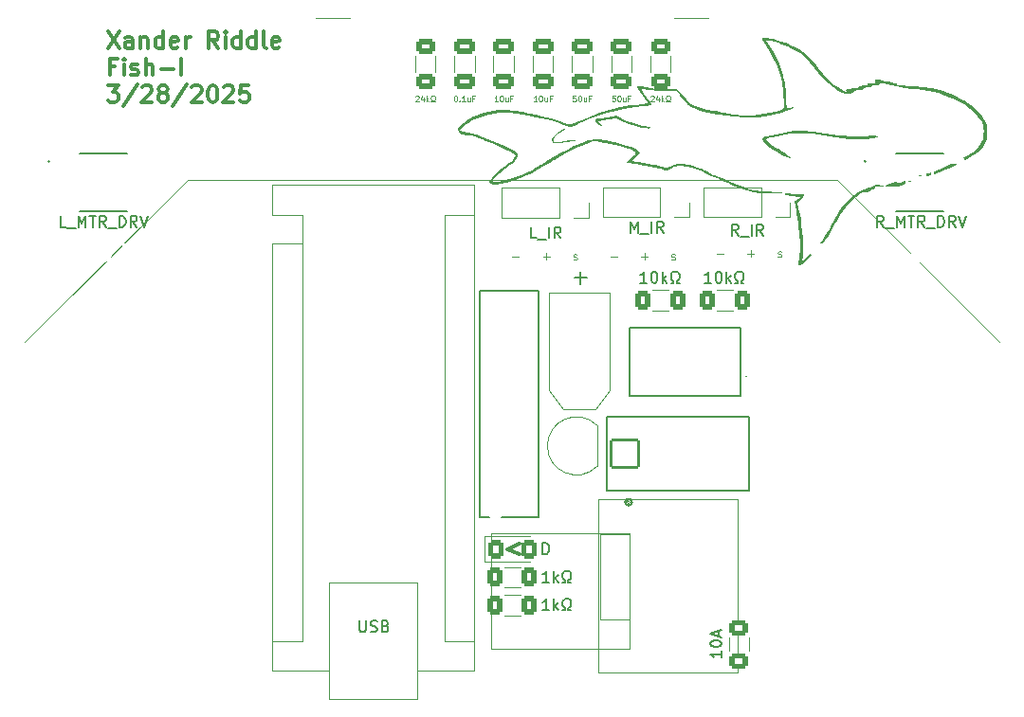
<source format=gto>
G04 #@! TF.GenerationSoftware,KiCad,Pcbnew,8.0.3*
G04 #@! TF.CreationDate,2025-05-14T17:26:27-04:00*
G04 #@! TF.ProjectId,ballsi,62616c6c-7369-42e6-9b69-6361645f7063,rev?*
G04 #@! TF.SameCoordinates,Original*
G04 #@! TF.FileFunction,Legend,Top*
G04 #@! TF.FilePolarity,Positive*
%FSLAX46Y46*%
G04 Gerber Fmt 4.6, Leading zero omitted, Abs format (unit mm)*
G04 Created by KiCad (PCBNEW 8.0.3) date 2025-05-14 17:26:27*
%MOMM*%
%LPD*%
G01*
G04 APERTURE LIST*
G04 Aperture macros list*
%AMRoundRect*
0 Rectangle with rounded corners*
0 $1 Rounding radius*
0 $2 $3 $4 $5 $6 $7 $8 $9 X,Y pos of 4 corners*
0 Add a 4 corners polygon primitive as box body*
4,1,4,$2,$3,$4,$5,$6,$7,$8,$9,$2,$3,0*
0 Add four circle primitives for the rounded corners*
1,1,$1+$1,$2,$3*
1,1,$1+$1,$4,$5*
1,1,$1+$1,$6,$7*
1,1,$1+$1,$8,$9*
0 Add four rect primitives between the rounded corners*
20,1,$1+$1,$2,$3,$4,$5,0*
20,1,$1+$1,$4,$5,$6,$7,0*
20,1,$1+$1,$6,$7,$8,$9,0*
20,1,$1+$1,$8,$9,$2,$3,0*%
G04 Aperture macros list end*
%ADD10C,0.100000*%
%ADD11C,0.300000*%
%ADD12C,0.150000*%
%ADD13C,0.070000*%
%ADD14C,0.120000*%
%ADD15C,0.000000*%
%ADD16C,0.152400*%
%ADD17C,0.050000*%
%ADD18C,0.200000*%
%ADD19O,1.700000X1.700000*%
%ADD20R,1.700000X1.700000*%
%ADD21C,3.000000*%
%ADD22RoundRect,0.250000X0.400000X0.625000X-0.400000X0.625000X-0.400000X-0.625000X0.400000X-0.625000X0*%
%ADD23R,1.500000X1.050000*%
%ADD24O,1.500000X1.050000*%
%ADD25RoundRect,0.250001X-0.462499X-0.624999X0.462499X-0.624999X0.462499X0.624999X-0.462499X0.624999X0*%
%ADD26RoundRect,0.250000X0.625000X-0.400000X0.625000X0.400000X-0.625000X0.400000X-0.625000X-0.400000X0*%
%ADD27RoundRect,0.250001X0.624999X-0.462499X0.624999X0.462499X-0.624999X0.462499X-0.624999X-0.462499X0*%
%ADD28C,4.000000*%
%ADD29R,3.800000X3.800000*%
%ADD30RoundRect,0.250000X0.650000X-0.412500X0.650000X0.412500X-0.650000X0.412500X-0.650000X-0.412500X0*%
%ADD31R,2.209800X0.508000*%
%ADD32C,2.654000*%
%ADD33RoundRect,0.102000X1.225000X-1.225000X1.225000X1.225000X-1.225000X1.225000X-1.225000X-1.225000X0*%
%ADD34R,1.600000X1.600000*%
%ADD35O,1.600000X1.600000*%
%ADD36C,1.300000*%
%ADD37R,1.300000X1.300000*%
%ADD38C,1.600200*%
G04 APERTURE END LIST*
D10*
X219218169Y-71358800D02*
X219294360Y-71396895D01*
X219294360Y-71396895D02*
X219446741Y-71396895D01*
X219446741Y-71396895D02*
X219522931Y-71358800D01*
X219522931Y-71358800D02*
X219561027Y-71282609D01*
X219561027Y-71282609D02*
X219561027Y-71244514D01*
X219561027Y-71244514D02*
X219522931Y-71168323D01*
X219522931Y-71168323D02*
X219446741Y-71130228D01*
X219446741Y-71130228D02*
X219332455Y-71130228D01*
X219332455Y-71130228D02*
X219256265Y-71092133D01*
X219256265Y-71092133D02*
X219218169Y-71015942D01*
X219218169Y-71015942D02*
X219218169Y-70977847D01*
X219218169Y-70977847D02*
X219256265Y-70901657D01*
X219256265Y-70901657D02*
X219332455Y-70863561D01*
X219332455Y-70863561D02*
X219446741Y-70863561D01*
X219446741Y-70863561D02*
X219522931Y-70901657D01*
X213756265Y-71092133D02*
X214365789Y-71092133D01*
X216506265Y-71092133D02*
X217115789Y-71092133D01*
X216811027Y-71396895D02*
X216811027Y-70787371D01*
X209718169Y-71608800D02*
X209794360Y-71646895D01*
X209794360Y-71646895D02*
X209946741Y-71646895D01*
X209946741Y-71646895D02*
X210022931Y-71608800D01*
X210022931Y-71608800D02*
X210061027Y-71532609D01*
X210061027Y-71532609D02*
X210061027Y-71494514D01*
X210061027Y-71494514D02*
X210022931Y-71418323D01*
X210022931Y-71418323D02*
X209946741Y-71380228D01*
X209946741Y-71380228D02*
X209832455Y-71380228D01*
X209832455Y-71380228D02*
X209756265Y-71342133D01*
X209756265Y-71342133D02*
X209718169Y-71265942D01*
X209718169Y-71265942D02*
X209718169Y-71227847D01*
X209718169Y-71227847D02*
X209756265Y-71151657D01*
X209756265Y-71151657D02*
X209832455Y-71113561D01*
X209832455Y-71113561D02*
X209946741Y-71113561D01*
X209946741Y-71113561D02*
X210022931Y-71151657D01*
X204256265Y-71342133D02*
X204865789Y-71342133D01*
X207006265Y-71342133D02*
X207615789Y-71342133D01*
X207311027Y-71646895D02*
X207311027Y-71037371D01*
X200968169Y-71608800D02*
X201044360Y-71646895D01*
X201044360Y-71646895D02*
X201196741Y-71646895D01*
X201196741Y-71646895D02*
X201272931Y-71608800D01*
X201272931Y-71608800D02*
X201311027Y-71532609D01*
X201311027Y-71532609D02*
X201311027Y-71494514D01*
X201311027Y-71494514D02*
X201272931Y-71418323D01*
X201272931Y-71418323D02*
X201196741Y-71380228D01*
X201196741Y-71380228D02*
X201082455Y-71380228D01*
X201082455Y-71380228D02*
X201006265Y-71342133D01*
X201006265Y-71342133D02*
X200968169Y-71265942D01*
X200968169Y-71265942D02*
X200968169Y-71227847D01*
X200968169Y-71227847D02*
X201006265Y-71151657D01*
X201006265Y-71151657D02*
X201082455Y-71113561D01*
X201082455Y-71113561D02*
X201196741Y-71113561D01*
X201196741Y-71113561D02*
X201272931Y-71151657D01*
X195506265Y-71342133D02*
X196115789Y-71342133D01*
X198256265Y-71342133D02*
X198865789Y-71342133D01*
X198561027Y-71646895D02*
X198561027Y-71037371D01*
D11*
X196197368Y-97050828D02*
X195054510Y-97479400D01*
X195054510Y-97479400D02*
X196197368Y-97907971D01*
D10*
X193670000Y-96080000D02*
X206000000Y-96080000D01*
X206000000Y-106410000D01*
X193670000Y-106410000D01*
X193670000Y-96080000D01*
X239000000Y-79000000D02*
X224500000Y-64500000D01*
X210000000Y-50000000D02*
X213000000Y-50000000D01*
X166500000Y-64500000D02*
X224500000Y-64500000D01*
X181000000Y-50000000D02*
X178000000Y-50000000D01*
D11*
X159411653Y-51220996D02*
X160411653Y-52720996D01*
X160411653Y-51220996D02*
X159411653Y-52720996D01*
X161625939Y-52720996D02*
X161625939Y-51935282D01*
X161625939Y-51935282D02*
X161554510Y-51792425D01*
X161554510Y-51792425D02*
X161411653Y-51720996D01*
X161411653Y-51720996D02*
X161125939Y-51720996D01*
X161125939Y-51720996D02*
X160983081Y-51792425D01*
X161625939Y-52649568D02*
X161483081Y-52720996D01*
X161483081Y-52720996D02*
X161125939Y-52720996D01*
X161125939Y-52720996D02*
X160983081Y-52649568D01*
X160983081Y-52649568D02*
X160911653Y-52506710D01*
X160911653Y-52506710D02*
X160911653Y-52363853D01*
X160911653Y-52363853D02*
X160983081Y-52220996D01*
X160983081Y-52220996D02*
X161125939Y-52149568D01*
X161125939Y-52149568D02*
X161483081Y-52149568D01*
X161483081Y-52149568D02*
X161625939Y-52078139D01*
X162340224Y-51720996D02*
X162340224Y-52720996D01*
X162340224Y-51863853D02*
X162411653Y-51792425D01*
X162411653Y-51792425D02*
X162554510Y-51720996D01*
X162554510Y-51720996D02*
X162768796Y-51720996D01*
X162768796Y-51720996D02*
X162911653Y-51792425D01*
X162911653Y-51792425D02*
X162983082Y-51935282D01*
X162983082Y-51935282D02*
X162983082Y-52720996D01*
X164340225Y-52720996D02*
X164340225Y-51220996D01*
X164340225Y-52649568D02*
X164197367Y-52720996D01*
X164197367Y-52720996D02*
X163911653Y-52720996D01*
X163911653Y-52720996D02*
X163768796Y-52649568D01*
X163768796Y-52649568D02*
X163697367Y-52578139D01*
X163697367Y-52578139D02*
X163625939Y-52435282D01*
X163625939Y-52435282D02*
X163625939Y-52006710D01*
X163625939Y-52006710D02*
X163697367Y-51863853D01*
X163697367Y-51863853D02*
X163768796Y-51792425D01*
X163768796Y-51792425D02*
X163911653Y-51720996D01*
X163911653Y-51720996D02*
X164197367Y-51720996D01*
X164197367Y-51720996D02*
X164340225Y-51792425D01*
X165625939Y-52649568D02*
X165483082Y-52720996D01*
X165483082Y-52720996D02*
X165197368Y-52720996D01*
X165197368Y-52720996D02*
X165054510Y-52649568D01*
X165054510Y-52649568D02*
X164983082Y-52506710D01*
X164983082Y-52506710D02*
X164983082Y-51935282D01*
X164983082Y-51935282D02*
X165054510Y-51792425D01*
X165054510Y-51792425D02*
X165197368Y-51720996D01*
X165197368Y-51720996D02*
X165483082Y-51720996D01*
X165483082Y-51720996D02*
X165625939Y-51792425D01*
X165625939Y-51792425D02*
X165697368Y-51935282D01*
X165697368Y-51935282D02*
X165697368Y-52078139D01*
X165697368Y-52078139D02*
X164983082Y-52220996D01*
X166340224Y-52720996D02*
X166340224Y-51720996D01*
X166340224Y-52006710D02*
X166411653Y-51863853D01*
X166411653Y-51863853D02*
X166483082Y-51792425D01*
X166483082Y-51792425D02*
X166625939Y-51720996D01*
X166625939Y-51720996D02*
X166768796Y-51720996D01*
X169268795Y-52720996D02*
X168768795Y-52006710D01*
X168411652Y-52720996D02*
X168411652Y-51220996D01*
X168411652Y-51220996D02*
X168983081Y-51220996D01*
X168983081Y-51220996D02*
X169125938Y-51292425D01*
X169125938Y-51292425D02*
X169197367Y-51363853D01*
X169197367Y-51363853D02*
X169268795Y-51506710D01*
X169268795Y-51506710D02*
X169268795Y-51720996D01*
X169268795Y-51720996D02*
X169197367Y-51863853D01*
X169197367Y-51863853D02*
X169125938Y-51935282D01*
X169125938Y-51935282D02*
X168983081Y-52006710D01*
X168983081Y-52006710D02*
X168411652Y-52006710D01*
X169911652Y-52720996D02*
X169911652Y-51720996D01*
X169911652Y-51220996D02*
X169840224Y-51292425D01*
X169840224Y-51292425D02*
X169911652Y-51363853D01*
X169911652Y-51363853D02*
X169983081Y-51292425D01*
X169983081Y-51292425D02*
X169911652Y-51220996D01*
X169911652Y-51220996D02*
X169911652Y-51363853D01*
X171268796Y-52720996D02*
X171268796Y-51220996D01*
X171268796Y-52649568D02*
X171125938Y-52720996D01*
X171125938Y-52720996D02*
X170840224Y-52720996D01*
X170840224Y-52720996D02*
X170697367Y-52649568D01*
X170697367Y-52649568D02*
X170625938Y-52578139D01*
X170625938Y-52578139D02*
X170554510Y-52435282D01*
X170554510Y-52435282D02*
X170554510Y-52006710D01*
X170554510Y-52006710D02*
X170625938Y-51863853D01*
X170625938Y-51863853D02*
X170697367Y-51792425D01*
X170697367Y-51792425D02*
X170840224Y-51720996D01*
X170840224Y-51720996D02*
X171125938Y-51720996D01*
X171125938Y-51720996D02*
X171268796Y-51792425D01*
X172625939Y-52720996D02*
X172625939Y-51220996D01*
X172625939Y-52649568D02*
X172483081Y-52720996D01*
X172483081Y-52720996D02*
X172197367Y-52720996D01*
X172197367Y-52720996D02*
X172054510Y-52649568D01*
X172054510Y-52649568D02*
X171983081Y-52578139D01*
X171983081Y-52578139D02*
X171911653Y-52435282D01*
X171911653Y-52435282D02*
X171911653Y-52006710D01*
X171911653Y-52006710D02*
X171983081Y-51863853D01*
X171983081Y-51863853D02*
X172054510Y-51792425D01*
X172054510Y-51792425D02*
X172197367Y-51720996D01*
X172197367Y-51720996D02*
X172483081Y-51720996D01*
X172483081Y-51720996D02*
X172625939Y-51792425D01*
X173554510Y-52720996D02*
X173411653Y-52649568D01*
X173411653Y-52649568D02*
X173340224Y-52506710D01*
X173340224Y-52506710D02*
X173340224Y-51220996D01*
X174697367Y-52649568D02*
X174554510Y-52720996D01*
X174554510Y-52720996D02*
X174268796Y-52720996D01*
X174268796Y-52720996D02*
X174125938Y-52649568D01*
X174125938Y-52649568D02*
X174054510Y-52506710D01*
X174054510Y-52506710D02*
X174054510Y-51935282D01*
X174054510Y-51935282D02*
X174125938Y-51792425D01*
X174125938Y-51792425D02*
X174268796Y-51720996D01*
X174268796Y-51720996D02*
X174554510Y-51720996D01*
X174554510Y-51720996D02*
X174697367Y-51792425D01*
X174697367Y-51792425D02*
X174768796Y-51935282D01*
X174768796Y-51935282D02*
X174768796Y-52078139D01*
X174768796Y-52078139D02*
X174054510Y-52220996D01*
X160054510Y-54350198D02*
X159554510Y-54350198D01*
X159554510Y-55135912D02*
X159554510Y-53635912D01*
X159554510Y-53635912D02*
X160268796Y-53635912D01*
X160840224Y-55135912D02*
X160840224Y-54135912D01*
X160840224Y-53635912D02*
X160768796Y-53707341D01*
X160768796Y-53707341D02*
X160840224Y-53778769D01*
X160840224Y-53778769D02*
X160911653Y-53707341D01*
X160911653Y-53707341D02*
X160840224Y-53635912D01*
X160840224Y-53635912D02*
X160840224Y-53778769D01*
X161483082Y-55064484D02*
X161625939Y-55135912D01*
X161625939Y-55135912D02*
X161911653Y-55135912D01*
X161911653Y-55135912D02*
X162054510Y-55064484D01*
X162054510Y-55064484D02*
X162125939Y-54921626D01*
X162125939Y-54921626D02*
X162125939Y-54850198D01*
X162125939Y-54850198D02*
X162054510Y-54707341D01*
X162054510Y-54707341D02*
X161911653Y-54635912D01*
X161911653Y-54635912D02*
X161697368Y-54635912D01*
X161697368Y-54635912D02*
X161554510Y-54564484D01*
X161554510Y-54564484D02*
X161483082Y-54421626D01*
X161483082Y-54421626D02*
X161483082Y-54350198D01*
X161483082Y-54350198D02*
X161554510Y-54207341D01*
X161554510Y-54207341D02*
X161697368Y-54135912D01*
X161697368Y-54135912D02*
X161911653Y-54135912D01*
X161911653Y-54135912D02*
X162054510Y-54207341D01*
X162768796Y-55135912D02*
X162768796Y-53635912D01*
X163411654Y-55135912D02*
X163411654Y-54350198D01*
X163411654Y-54350198D02*
X163340225Y-54207341D01*
X163340225Y-54207341D02*
X163197368Y-54135912D01*
X163197368Y-54135912D02*
X162983082Y-54135912D01*
X162983082Y-54135912D02*
X162840225Y-54207341D01*
X162840225Y-54207341D02*
X162768796Y-54278769D01*
X164125939Y-54564484D02*
X165268797Y-54564484D01*
X165983082Y-55135912D02*
X165983082Y-53635912D01*
X159411653Y-56050828D02*
X160340225Y-56050828D01*
X160340225Y-56050828D02*
X159840225Y-56622257D01*
X159840225Y-56622257D02*
X160054510Y-56622257D01*
X160054510Y-56622257D02*
X160197368Y-56693685D01*
X160197368Y-56693685D02*
X160268796Y-56765114D01*
X160268796Y-56765114D02*
X160340225Y-56907971D01*
X160340225Y-56907971D02*
X160340225Y-57265114D01*
X160340225Y-57265114D02*
X160268796Y-57407971D01*
X160268796Y-57407971D02*
X160197368Y-57479400D01*
X160197368Y-57479400D02*
X160054510Y-57550828D01*
X160054510Y-57550828D02*
X159625939Y-57550828D01*
X159625939Y-57550828D02*
X159483082Y-57479400D01*
X159483082Y-57479400D02*
X159411653Y-57407971D01*
X162054510Y-55979400D02*
X160768796Y-57907971D01*
X162483082Y-56193685D02*
X162554510Y-56122257D01*
X162554510Y-56122257D02*
X162697368Y-56050828D01*
X162697368Y-56050828D02*
X163054510Y-56050828D01*
X163054510Y-56050828D02*
X163197368Y-56122257D01*
X163197368Y-56122257D02*
X163268796Y-56193685D01*
X163268796Y-56193685D02*
X163340225Y-56336542D01*
X163340225Y-56336542D02*
X163340225Y-56479400D01*
X163340225Y-56479400D02*
X163268796Y-56693685D01*
X163268796Y-56693685D02*
X162411653Y-57550828D01*
X162411653Y-57550828D02*
X163340225Y-57550828D01*
X164197367Y-56693685D02*
X164054510Y-56622257D01*
X164054510Y-56622257D02*
X163983081Y-56550828D01*
X163983081Y-56550828D02*
X163911653Y-56407971D01*
X163911653Y-56407971D02*
X163911653Y-56336542D01*
X163911653Y-56336542D02*
X163983081Y-56193685D01*
X163983081Y-56193685D02*
X164054510Y-56122257D01*
X164054510Y-56122257D02*
X164197367Y-56050828D01*
X164197367Y-56050828D02*
X164483081Y-56050828D01*
X164483081Y-56050828D02*
X164625939Y-56122257D01*
X164625939Y-56122257D02*
X164697367Y-56193685D01*
X164697367Y-56193685D02*
X164768796Y-56336542D01*
X164768796Y-56336542D02*
X164768796Y-56407971D01*
X164768796Y-56407971D02*
X164697367Y-56550828D01*
X164697367Y-56550828D02*
X164625939Y-56622257D01*
X164625939Y-56622257D02*
X164483081Y-56693685D01*
X164483081Y-56693685D02*
X164197367Y-56693685D01*
X164197367Y-56693685D02*
X164054510Y-56765114D01*
X164054510Y-56765114D02*
X163983081Y-56836542D01*
X163983081Y-56836542D02*
X163911653Y-56979400D01*
X163911653Y-56979400D02*
X163911653Y-57265114D01*
X163911653Y-57265114D02*
X163983081Y-57407971D01*
X163983081Y-57407971D02*
X164054510Y-57479400D01*
X164054510Y-57479400D02*
X164197367Y-57550828D01*
X164197367Y-57550828D02*
X164483081Y-57550828D01*
X164483081Y-57550828D02*
X164625939Y-57479400D01*
X164625939Y-57479400D02*
X164697367Y-57407971D01*
X164697367Y-57407971D02*
X164768796Y-57265114D01*
X164768796Y-57265114D02*
X164768796Y-56979400D01*
X164768796Y-56979400D02*
X164697367Y-56836542D01*
X164697367Y-56836542D02*
X164625939Y-56765114D01*
X164625939Y-56765114D02*
X164483081Y-56693685D01*
X166483081Y-55979400D02*
X165197367Y-57907971D01*
X166911653Y-56193685D02*
X166983081Y-56122257D01*
X166983081Y-56122257D02*
X167125939Y-56050828D01*
X167125939Y-56050828D02*
X167483081Y-56050828D01*
X167483081Y-56050828D02*
X167625939Y-56122257D01*
X167625939Y-56122257D02*
X167697367Y-56193685D01*
X167697367Y-56193685D02*
X167768796Y-56336542D01*
X167768796Y-56336542D02*
X167768796Y-56479400D01*
X167768796Y-56479400D02*
X167697367Y-56693685D01*
X167697367Y-56693685D02*
X166840224Y-57550828D01*
X166840224Y-57550828D02*
X167768796Y-57550828D01*
X168697367Y-56050828D02*
X168840224Y-56050828D01*
X168840224Y-56050828D02*
X168983081Y-56122257D01*
X168983081Y-56122257D02*
X169054510Y-56193685D01*
X169054510Y-56193685D02*
X169125938Y-56336542D01*
X169125938Y-56336542D02*
X169197367Y-56622257D01*
X169197367Y-56622257D02*
X169197367Y-56979400D01*
X169197367Y-56979400D02*
X169125938Y-57265114D01*
X169125938Y-57265114D02*
X169054510Y-57407971D01*
X169054510Y-57407971D02*
X168983081Y-57479400D01*
X168983081Y-57479400D02*
X168840224Y-57550828D01*
X168840224Y-57550828D02*
X168697367Y-57550828D01*
X168697367Y-57550828D02*
X168554510Y-57479400D01*
X168554510Y-57479400D02*
X168483081Y-57407971D01*
X168483081Y-57407971D02*
X168411652Y-57265114D01*
X168411652Y-57265114D02*
X168340224Y-56979400D01*
X168340224Y-56979400D02*
X168340224Y-56622257D01*
X168340224Y-56622257D02*
X168411652Y-56336542D01*
X168411652Y-56336542D02*
X168483081Y-56193685D01*
X168483081Y-56193685D02*
X168554510Y-56122257D01*
X168554510Y-56122257D02*
X168697367Y-56050828D01*
X169768795Y-56193685D02*
X169840223Y-56122257D01*
X169840223Y-56122257D02*
X169983081Y-56050828D01*
X169983081Y-56050828D02*
X170340223Y-56050828D01*
X170340223Y-56050828D02*
X170483081Y-56122257D01*
X170483081Y-56122257D02*
X170554509Y-56193685D01*
X170554509Y-56193685D02*
X170625938Y-56336542D01*
X170625938Y-56336542D02*
X170625938Y-56479400D01*
X170625938Y-56479400D02*
X170554509Y-56693685D01*
X170554509Y-56693685D02*
X169697366Y-57550828D01*
X169697366Y-57550828D02*
X170625938Y-57550828D01*
X171983080Y-56050828D02*
X171268794Y-56050828D01*
X171268794Y-56050828D02*
X171197366Y-56765114D01*
X171197366Y-56765114D02*
X171268794Y-56693685D01*
X171268794Y-56693685D02*
X171411652Y-56622257D01*
X171411652Y-56622257D02*
X171768794Y-56622257D01*
X171768794Y-56622257D02*
X171911652Y-56693685D01*
X171911652Y-56693685D02*
X171983080Y-56765114D01*
X171983080Y-56765114D02*
X172054509Y-56907971D01*
X172054509Y-56907971D02*
X172054509Y-57265114D01*
X172054509Y-57265114D02*
X171983080Y-57407971D01*
X171983080Y-57407971D02*
X171911652Y-57479400D01*
X171911652Y-57479400D02*
X171768794Y-57550828D01*
X171768794Y-57550828D02*
X171411652Y-57550828D01*
X171411652Y-57550828D02*
X171268794Y-57479400D01*
X171268794Y-57479400D02*
X171197366Y-57407971D01*
D10*
X152000000Y-79000000D02*
X166500000Y-64500000D01*
X203170000Y-93000000D02*
X215670000Y-93000000D01*
X215670000Y-108500000D01*
X203170000Y-108500000D01*
X203170000Y-93000000D01*
D12*
X198809523Y-100454819D02*
X198238095Y-100454819D01*
X198523809Y-100454819D02*
X198523809Y-99454819D01*
X198523809Y-99454819D02*
X198428571Y-99597676D01*
X198428571Y-99597676D02*
X198333333Y-99692914D01*
X198333333Y-99692914D02*
X198238095Y-99740533D01*
X199238095Y-100454819D02*
X199238095Y-99454819D01*
X199333333Y-100073866D02*
X199619047Y-100454819D01*
X199619047Y-99788152D02*
X199238095Y-100169104D01*
X200000000Y-100454819D02*
X200238095Y-100454819D01*
X200238095Y-100454819D02*
X200238095Y-100264342D01*
X200238095Y-100264342D02*
X200142857Y-100216723D01*
X200142857Y-100216723D02*
X200047619Y-100121485D01*
X200047619Y-100121485D02*
X200000000Y-99978628D01*
X200000000Y-99978628D02*
X200000000Y-99740533D01*
X200000000Y-99740533D02*
X200047619Y-99597676D01*
X200047619Y-99597676D02*
X200142857Y-99502438D01*
X200142857Y-99502438D02*
X200285714Y-99454819D01*
X200285714Y-99454819D02*
X200476190Y-99454819D01*
X200476190Y-99454819D02*
X200619047Y-99502438D01*
X200619047Y-99502438D02*
X200714285Y-99597676D01*
X200714285Y-99597676D02*
X200761904Y-99740533D01*
X200761904Y-99740533D02*
X200761904Y-99978628D01*
X200761904Y-99978628D02*
X200714285Y-100121485D01*
X200714285Y-100121485D02*
X200619047Y-100216723D01*
X200619047Y-100216723D02*
X200523809Y-100264342D01*
X200523809Y-100264342D02*
X200523809Y-100454819D01*
X200523809Y-100454819D02*
X200761904Y-100454819D01*
X198809523Y-102954819D02*
X198238095Y-102954819D01*
X198523809Y-102954819D02*
X198523809Y-101954819D01*
X198523809Y-101954819D02*
X198428571Y-102097676D01*
X198428571Y-102097676D02*
X198333333Y-102192914D01*
X198333333Y-102192914D02*
X198238095Y-102240533D01*
X199238095Y-102954819D02*
X199238095Y-101954819D01*
X199333333Y-102573866D02*
X199619047Y-102954819D01*
X199619047Y-102288152D02*
X199238095Y-102669104D01*
X200000000Y-102954819D02*
X200238095Y-102954819D01*
X200238095Y-102954819D02*
X200238095Y-102764342D01*
X200238095Y-102764342D02*
X200142857Y-102716723D01*
X200142857Y-102716723D02*
X200047619Y-102621485D01*
X200047619Y-102621485D02*
X200000000Y-102478628D01*
X200000000Y-102478628D02*
X200000000Y-102240533D01*
X200000000Y-102240533D02*
X200047619Y-102097676D01*
X200047619Y-102097676D02*
X200142857Y-102002438D01*
X200142857Y-102002438D02*
X200285714Y-101954819D01*
X200285714Y-101954819D02*
X200476190Y-101954819D01*
X200476190Y-101954819D02*
X200619047Y-102002438D01*
X200619047Y-102002438D02*
X200714285Y-102097676D01*
X200714285Y-102097676D02*
X200761904Y-102240533D01*
X200761904Y-102240533D02*
X200761904Y-102478628D01*
X200761904Y-102478628D02*
X200714285Y-102621485D01*
X200714285Y-102621485D02*
X200619047Y-102716723D01*
X200619047Y-102716723D02*
X200523809Y-102764342D01*
X200523809Y-102764342D02*
X200523809Y-102954819D01*
X200523809Y-102954819D02*
X200761904Y-102954819D01*
X198238095Y-97954819D02*
X198238095Y-96954819D01*
X198238095Y-96954819D02*
X198476190Y-96954819D01*
X198476190Y-96954819D02*
X198619047Y-97002438D01*
X198619047Y-97002438D02*
X198714285Y-97097676D01*
X198714285Y-97097676D02*
X198761904Y-97192914D01*
X198761904Y-97192914D02*
X198809523Y-97383390D01*
X198809523Y-97383390D02*
X198809523Y-97526247D01*
X198809523Y-97526247D02*
X198761904Y-97716723D01*
X198761904Y-97716723D02*
X198714285Y-97811961D01*
X198714285Y-97811961D02*
X198619047Y-97907200D01*
X198619047Y-97907200D02*
X198476190Y-97954819D01*
X198476190Y-97954819D02*
X198238095Y-97954819D01*
X213283333Y-73704819D02*
X212711905Y-73704819D01*
X212997619Y-73704819D02*
X212997619Y-72704819D01*
X212997619Y-72704819D02*
X212902381Y-72847676D01*
X212902381Y-72847676D02*
X212807143Y-72942914D01*
X212807143Y-72942914D02*
X212711905Y-72990533D01*
X213902381Y-72704819D02*
X213997619Y-72704819D01*
X213997619Y-72704819D02*
X214092857Y-72752438D01*
X214092857Y-72752438D02*
X214140476Y-72800057D01*
X214140476Y-72800057D02*
X214188095Y-72895295D01*
X214188095Y-72895295D02*
X214235714Y-73085771D01*
X214235714Y-73085771D02*
X214235714Y-73323866D01*
X214235714Y-73323866D02*
X214188095Y-73514342D01*
X214188095Y-73514342D02*
X214140476Y-73609580D01*
X214140476Y-73609580D02*
X214092857Y-73657200D01*
X214092857Y-73657200D02*
X213997619Y-73704819D01*
X213997619Y-73704819D02*
X213902381Y-73704819D01*
X213902381Y-73704819D02*
X213807143Y-73657200D01*
X213807143Y-73657200D02*
X213759524Y-73609580D01*
X213759524Y-73609580D02*
X213711905Y-73514342D01*
X213711905Y-73514342D02*
X213664286Y-73323866D01*
X213664286Y-73323866D02*
X213664286Y-73085771D01*
X213664286Y-73085771D02*
X213711905Y-72895295D01*
X213711905Y-72895295D02*
X213759524Y-72800057D01*
X213759524Y-72800057D02*
X213807143Y-72752438D01*
X213807143Y-72752438D02*
X213902381Y-72704819D01*
X214664286Y-73704819D02*
X214664286Y-72704819D01*
X214759524Y-73323866D02*
X215045238Y-73704819D01*
X215045238Y-73038152D02*
X214664286Y-73419104D01*
X215426191Y-73704819D02*
X215664286Y-73704819D01*
X215664286Y-73704819D02*
X215664286Y-73514342D01*
X215664286Y-73514342D02*
X215569048Y-73466723D01*
X215569048Y-73466723D02*
X215473810Y-73371485D01*
X215473810Y-73371485D02*
X215426191Y-73228628D01*
X215426191Y-73228628D02*
X215426191Y-72990533D01*
X215426191Y-72990533D02*
X215473810Y-72847676D01*
X215473810Y-72847676D02*
X215569048Y-72752438D01*
X215569048Y-72752438D02*
X215711905Y-72704819D01*
X215711905Y-72704819D02*
X215902381Y-72704819D01*
X215902381Y-72704819D02*
X216045238Y-72752438D01*
X216045238Y-72752438D02*
X216140476Y-72847676D01*
X216140476Y-72847676D02*
X216188095Y-72990533D01*
X216188095Y-72990533D02*
X216188095Y-73228628D01*
X216188095Y-73228628D02*
X216140476Y-73371485D01*
X216140476Y-73371485D02*
X216045238Y-73466723D01*
X216045238Y-73466723D02*
X215950000Y-73514342D01*
X215950000Y-73514342D02*
X215950000Y-73704819D01*
X215950000Y-73704819D02*
X216188095Y-73704819D01*
D13*
X186880953Y-57025288D02*
X186904762Y-57001479D01*
X186904762Y-57001479D02*
X186952381Y-56977669D01*
X186952381Y-56977669D02*
X187071429Y-56977669D01*
X187071429Y-56977669D02*
X187119048Y-57001479D01*
X187119048Y-57001479D02*
X187142857Y-57025288D01*
X187142857Y-57025288D02*
X187166667Y-57072907D01*
X187166667Y-57072907D02*
X187166667Y-57120526D01*
X187166667Y-57120526D02*
X187142857Y-57191955D01*
X187142857Y-57191955D02*
X186857143Y-57477669D01*
X186857143Y-57477669D02*
X187166667Y-57477669D01*
X187595238Y-57144336D02*
X187595238Y-57477669D01*
X187476190Y-56953860D02*
X187357143Y-57311002D01*
X187357143Y-57311002D02*
X187666666Y-57311002D01*
X187857142Y-57477669D02*
X187857142Y-56977669D01*
X187904761Y-57287193D02*
X188047618Y-57477669D01*
X188047618Y-57144336D02*
X187857142Y-57334812D01*
X188238095Y-57477669D02*
X188357142Y-57477669D01*
X188357142Y-57477669D02*
X188357142Y-57382431D01*
X188357142Y-57382431D02*
X188309523Y-57358621D01*
X188309523Y-57358621D02*
X188261904Y-57311002D01*
X188261904Y-57311002D02*
X188238095Y-57239574D01*
X188238095Y-57239574D02*
X188238095Y-57120526D01*
X188238095Y-57120526D02*
X188261904Y-57049098D01*
X188261904Y-57049098D02*
X188309523Y-57001479D01*
X188309523Y-57001479D02*
X188380952Y-56977669D01*
X188380952Y-56977669D02*
X188476190Y-56977669D01*
X188476190Y-56977669D02*
X188547618Y-57001479D01*
X188547618Y-57001479D02*
X188595237Y-57049098D01*
X188595237Y-57049098D02*
X188619047Y-57120526D01*
X188619047Y-57120526D02*
X188619047Y-57239574D01*
X188619047Y-57239574D02*
X188595237Y-57311002D01*
X188595237Y-57311002D02*
X188547618Y-57358621D01*
X188547618Y-57358621D02*
X188499999Y-57382431D01*
X188499999Y-57382431D02*
X188499999Y-57477669D01*
X188499999Y-57477669D02*
X188619047Y-57477669D01*
D12*
X207533333Y-73704819D02*
X206961905Y-73704819D01*
X207247619Y-73704819D02*
X207247619Y-72704819D01*
X207247619Y-72704819D02*
X207152381Y-72847676D01*
X207152381Y-72847676D02*
X207057143Y-72942914D01*
X207057143Y-72942914D02*
X206961905Y-72990533D01*
X208152381Y-72704819D02*
X208247619Y-72704819D01*
X208247619Y-72704819D02*
X208342857Y-72752438D01*
X208342857Y-72752438D02*
X208390476Y-72800057D01*
X208390476Y-72800057D02*
X208438095Y-72895295D01*
X208438095Y-72895295D02*
X208485714Y-73085771D01*
X208485714Y-73085771D02*
X208485714Y-73323866D01*
X208485714Y-73323866D02*
X208438095Y-73514342D01*
X208438095Y-73514342D02*
X208390476Y-73609580D01*
X208390476Y-73609580D02*
X208342857Y-73657200D01*
X208342857Y-73657200D02*
X208247619Y-73704819D01*
X208247619Y-73704819D02*
X208152381Y-73704819D01*
X208152381Y-73704819D02*
X208057143Y-73657200D01*
X208057143Y-73657200D02*
X208009524Y-73609580D01*
X208009524Y-73609580D02*
X207961905Y-73514342D01*
X207961905Y-73514342D02*
X207914286Y-73323866D01*
X207914286Y-73323866D02*
X207914286Y-73085771D01*
X207914286Y-73085771D02*
X207961905Y-72895295D01*
X207961905Y-72895295D02*
X208009524Y-72800057D01*
X208009524Y-72800057D02*
X208057143Y-72752438D01*
X208057143Y-72752438D02*
X208152381Y-72704819D01*
X208914286Y-73704819D02*
X208914286Y-72704819D01*
X209009524Y-73323866D02*
X209295238Y-73704819D01*
X209295238Y-73038152D02*
X208914286Y-73419104D01*
X209676191Y-73704819D02*
X209914286Y-73704819D01*
X209914286Y-73704819D02*
X209914286Y-73514342D01*
X209914286Y-73514342D02*
X209819048Y-73466723D01*
X209819048Y-73466723D02*
X209723810Y-73371485D01*
X209723810Y-73371485D02*
X209676191Y-73228628D01*
X209676191Y-73228628D02*
X209676191Y-72990533D01*
X209676191Y-72990533D02*
X209723810Y-72847676D01*
X209723810Y-72847676D02*
X209819048Y-72752438D01*
X209819048Y-72752438D02*
X209961905Y-72704819D01*
X209961905Y-72704819D02*
X210152381Y-72704819D01*
X210152381Y-72704819D02*
X210295238Y-72752438D01*
X210295238Y-72752438D02*
X210390476Y-72847676D01*
X210390476Y-72847676D02*
X210438095Y-72990533D01*
X210438095Y-72990533D02*
X210438095Y-73228628D01*
X210438095Y-73228628D02*
X210390476Y-73371485D01*
X210390476Y-73371485D02*
X210295238Y-73466723D01*
X210295238Y-73466723D02*
X210200000Y-73514342D01*
X210200000Y-73514342D02*
X210200000Y-73704819D01*
X210200000Y-73704819D02*
X210438095Y-73704819D01*
X214204819Y-106619047D02*
X214204819Y-107190475D01*
X214204819Y-106904761D02*
X213204819Y-106904761D01*
X213204819Y-106904761D02*
X213347676Y-106999999D01*
X213347676Y-106999999D02*
X213442914Y-107095237D01*
X213442914Y-107095237D02*
X213490533Y-107190475D01*
X213204819Y-105999999D02*
X213204819Y-105904761D01*
X213204819Y-105904761D02*
X213252438Y-105809523D01*
X213252438Y-105809523D02*
X213300057Y-105761904D01*
X213300057Y-105761904D02*
X213395295Y-105714285D01*
X213395295Y-105714285D02*
X213585771Y-105666666D01*
X213585771Y-105666666D02*
X213823866Y-105666666D01*
X213823866Y-105666666D02*
X214014342Y-105714285D01*
X214014342Y-105714285D02*
X214109580Y-105761904D01*
X214109580Y-105761904D02*
X214157200Y-105809523D01*
X214157200Y-105809523D02*
X214204819Y-105904761D01*
X214204819Y-105904761D02*
X214204819Y-105999999D01*
X214204819Y-105999999D02*
X214157200Y-106095237D01*
X214157200Y-106095237D02*
X214109580Y-106142856D01*
X214109580Y-106142856D02*
X214014342Y-106190475D01*
X214014342Y-106190475D02*
X213823866Y-106238094D01*
X213823866Y-106238094D02*
X213585771Y-106238094D01*
X213585771Y-106238094D02*
X213395295Y-106190475D01*
X213395295Y-106190475D02*
X213300057Y-106142856D01*
X213300057Y-106142856D02*
X213252438Y-106095237D01*
X213252438Y-106095237D02*
X213204819Y-105999999D01*
X213919104Y-105285713D02*
X213919104Y-104809523D01*
X214204819Y-105380951D02*
X213204819Y-105047618D01*
X213204819Y-105047618D02*
X214204819Y-104714285D01*
X201614700Y-73821428D02*
X201614700Y-72678571D01*
X202186128Y-73249999D02*
X201043271Y-73249999D01*
D13*
X204690476Y-56977669D02*
X204452381Y-56977669D01*
X204452381Y-56977669D02*
X204428572Y-57215764D01*
X204428572Y-57215764D02*
X204452381Y-57191955D01*
X204452381Y-57191955D02*
X204500000Y-57168145D01*
X204500000Y-57168145D02*
X204619048Y-57168145D01*
X204619048Y-57168145D02*
X204666667Y-57191955D01*
X204666667Y-57191955D02*
X204690476Y-57215764D01*
X204690476Y-57215764D02*
X204714286Y-57263383D01*
X204714286Y-57263383D02*
X204714286Y-57382431D01*
X204714286Y-57382431D02*
X204690476Y-57430050D01*
X204690476Y-57430050D02*
X204666667Y-57453860D01*
X204666667Y-57453860D02*
X204619048Y-57477669D01*
X204619048Y-57477669D02*
X204500000Y-57477669D01*
X204500000Y-57477669D02*
X204452381Y-57453860D01*
X204452381Y-57453860D02*
X204428572Y-57430050D01*
X205023809Y-56977669D02*
X205071428Y-56977669D01*
X205071428Y-56977669D02*
X205119047Y-57001479D01*
X205119047Y-57001479D02*
X205142857Y-57025288D01*
X205142857Y-57025288D02*
X205166666Y-57072907D01*
X205166666Y-57072907D02*
X205190476Y-57168145D01*
X205190476Y-57168145D02*
X205190476Y-57287193D01*
X205190476Y-57287193D02*
X205166666Y-57382431D01*
X205166666Y-57382431D02*
X205142857Y-57430050D01*
X205142857Y-57430050D02*
X205119047Y-57453860D01*
X205119047Y-57453860D02*
X205071428Y-57477669D01*
X205071428Y-57477669D02*
X205023809Y-57477669D01*
X205023809Y-57477669D02*
X204976190Y-57453860D01*
X204976190Y-57453860D02*
X204952381Y-57430050D01*
X204952381Y-57430050D02*
X204928571Y-57382431D01*
X204928571Y-57382431D02*
X204904762Y-57287193D01*
X204904762Y-57287193D02*
X204904762Y-57168145D01*
X204904762Y-57168145D02*
X204928571Y-57072907D01*
X204928571Y-57072907D02*
X204952381Y-57025288D01*
X204952381Y-57025288D02*
X204976190Y-57001479D01*
X204976190Y-57001479D02*
X205023809Y-56977669D01*
X205619047Y-57144336D02*
X205619047Y-57477669D01*
X205404761Y-57144336D02*
X205404761Y-57406240D01*
X205404761Y-57406240D02*
X205428571Y-57453860D01*
X205428571Y-57453860D02*
X205476190Y-57477669D01*
X205476190Y-57477669D02*
X205547618Y-57477669D01*
X205547618Y-57477669D02*
X205595237Y-57453860D01*
X205595237Y-57453860D02*
X205619047Y-57430050D01*
X206023809Y-57215764D02*
X205857142Y-57215764D01*
X205857142Y-57477669D02*
X205857142Y-56977669D01*
X205857142Y-56977669D02*
X206095237Y-56977669D01*
X207880953Y-57025288D02*
X207904762Y-57001479D01*
X207904762Y-57001479D02*
X207952381Y-56977669D01*
X207952381Y-56977669D02*
X208071429Y-56977669D01*
X208071429Y-56977669D02*
X208119048Y-57001479D01*
X208119048Y-57001479D02*
X208142857Y-57025288D01*
X208142857Y-57025288D02*
X208166667Y-57072907D01*
X208166667Y-57072907D02*
X208166667Y-57120526D01*
X208166667Y-57120526D02*
X208142857Y-57191955D01*
X208142857Y-57191955D02*
X207857143Y-57477669D01*
X207857143Y-57477669D02*
X208166667Y-57477669D01*
X208595238Y-57144336D02*
X208595238Y-57477669D01*
X208476190Y-56953860D02*
X208357143Y-57311002D01*
X208357143Y-57311002D02*
X208666666Y-57311002D01*
X208857142Y-57477669D02*
X208857142Y-56977669D01*
X208904761Y-57287193D02*
X209047618Y-57477669D01*
X209047618Y-57144336D02*
X208857142Y-57334812D01*
X209238095Y-57477669D02*
X209357142Y-57477669D01*
X209357142Y-57477669D02*
X209357142Y-57382431D01*
X209357142Y-57382431D02*
X209309523Y-57358621D01*
X209309523Y-57358621D02*
X209261904Y-57311002D01*
X209261904Y-57311002D02*
X209238095Y-57239574D01*
X209238095Y-57239574D02*
X209238095Y-57120526D01*
X209238095Y-57120526D02*
X209261904Y-57049098D01*
X209261904Y-57049098D02*
X209309523Y-57001479D01*
X209309523Y-57001479D02*
X209380952Y-56977669D01*
X209380952Y-56977669D02*
X209476190Y-56977669D01*
X209476190Y-56977669D02*
X209547618Y-57001479D01*
X209547618Y-57001479D02*
X209595237Y-57049098D01*
X209595237Y-57049098D02*
X209619047Y-57120526D01*
X209619047Y-57120526D02*
X209619047Y-57239574D01*
X209619047Y-57239574D02*
X209595237Y-57311002D01*
X209595237Y-57311002D02*
X209547618Y-57358621D01*
X209547618Y-57358621D02*
X209499999Y-57382431D01*
X209499999Y-57382431D02*
X209499999Y-57477669D01*
X209499999Y-57477669D02*
X209619047Y-57477669D01*
D12*
X206047619Y-69204819D02*
X206047619Y-68204819D01*
X206047619Y-68204819D02*
X206380952Y-68919104D01*
X206380952Y-68919104D02*
X206714285Y-68204819D01*
X206714285Y-68204819D02*
X206714285Y-69204819D01*
X206952381Y-69300057D02*
X207714285Y-69300057D01*
X207952381Y-69204819D02*
X207952381Y-68204819D01*
X208999999Y-69204819D02*
X208666666Y-68728628D01*
X208428571Y-69204819D02*
X208428571Y-68204819D01*
X208428571Y-68204819D02*
X208809523Y-68204819D01*
X208809523Y-68204819D02*
X208904761Y-68252438D01*
X208904761Y-68252438D02*
X208952380Y-68300057D01*
X208952380Y-68300057D02*
X208999999Y-68395295D01*
X208999999Y-68395295D02*
X208999999Y-68538152D01*
X208999999Y-68538152D02*
X208952380Y-68633390D01*
X208952380Y-68633390D02*
X208904761Y-68681009D01*
X208904761Y-68681009D02*
X208809523Y-68728628D01*
X208809523Y-68728628D02*
X208428571Y-68728628D01*
X155666666Y-68704819D02*
X155190476Y-68704819D01*
X155190476Y-68704819D02*
X155190476Y-67704819D01*
X155761905Y-68800057D02*
X156523809Y-68800057D01*
X156761905Y-68704819D02*
X156761905Y-67704819D01*
X156761905Y-67704819D02*
X157095238Y-68419104D01*
X157095238Y-68419104D02*
X157428571Y-67704819D01*
X157428571Y-67704819D02*
X157428571Y-68704819D01*
X157761905Y-67704819D02*
X158333333Y-67704819D01*
X158047619Y-68704819D02*
X158047619Y-67704819D01*
X159238095Y-68704819D02*
X158904762Y-68228628D01*
X158666667Y-68704819D02*
X158666667Y-67704819D01*
X158666667Y-67704819D02*
X159047619Y-67704819D01*
X159047619Y-67704819D02*
X159142857Y-67752438D01*
X159142857Y-67752438D02*
X159190476Y-67800057D01*
X159190476Y-67800057D02*
X159238095Y-67895295D01*
X159238095Y-67895295D02*
X159238095Y-68038152D01*
X159238095Y-68038152D02*
X159190476Y-68133390D01*
X159190476Y-68133390D02*
X159142857Y-68181009D01*
X159142857Y-68181009D02*
X159047619Y-68228628D01*
X159047619Y-68228628D02*
X158666667Y-68228628D01*
X159428572Y-68800057D02*
X160190476Y-68800057D01*
X160428572Y-68704819D02*
X160428572Y-67704819D01*
X160428572Y-67704819D02*
X160666667Y-67704819D01*
X160666667Y-67704819D02*
X160809524Y-67752438D01*
X160809524Y-67752438D02*
X160904762Y-67847676D01*
X160904762Y-67847676D02*
X160952381Y-67942914D01*
X160952381Y-67942914D02*
X161000000Y-68133390D01*
X161000000Y-68133390D02*
X161000000Y-68276247D01*
X161000000Y-68276247D02*
X160952381Y-68466723D01*
X160952381Y-68466723D02*
X160904762Y-68561961D01*
X160904762Y-68561961D02*
X160809524Y-68657200D01*
X160809524Y-68657200D02*
X160666667Y-68704819D01*
X160666667Y-68704819D02*
X160428572Y-68704819D01*
X162000000Y-68704819D02*
X161666667Y-68228628D01*
X161428572Y-68704819D02*
X161428572Y-67704819D01*
X161428572Y-67704819D02*
X161809524Y-67704819D01*
X161809524Y-67704819D02*
X161904762Y-67752438D01*
X161904762Y-67752438D02*
X161952381Y-67800057D01*
X161952381Y-67800057D02*
X162000000Y-67895295D01*
X162000000Y-67895295D02*
X162000000Y-68038152D01*
X162000000Y-68038152D02*
X161952381Y-68133390D01*
X161952381Y-68133390D02*
X161904762Y-68181009D01*
X161904762Y-68181009D02*
X161809524Y-68228628D01*
X161809524Y-68228628D02*
X161428572Y-68228628D01*
X162285715Y-67704819D02*
X162619048Y-68704819D01*
X162619048Y-68704819D02*
X162952381Y-67704819D01*
X215690476Y-69454819D02*
X215357143Y-68978628D01*
X215119048Y-69454819D02*
X215119048Y-68454819D01*
X215119048Y-68454819D02*
X215500000Y-68454819D01*
X215500000Y-68454819D02*
X215595238Y-68502438D01*
X215595238Y-68502438D02*
X215642857Y-68550057D01*
X215642857Y-68550057D02*
X215690476Y-68645295D01*
X215690476Y-68645295D02*
X215690476Y-68788152D01*
X215690476Y-68788152D02*
X215642857Y-68883390D01*
X215642857Y-68883390D02*
X215595238Y-68931009D01*
X215595238Y-68931009D02*
X215500000Y-68978628D01*
X215500000Y-68978628D02*
X215119048Y-68978628D01*
X215880953Y-69550057D02*
X216642857Y-69550057D01*
X216880953Y-69454819D02*
X216880953Y-68454819D01*
X217928571Y-69454819D02*
X217595238Y-68978628D01*
X217357143Y-69454819D02*
X217357143Y-68454819D01*
X217357143Y-68454819D02*
X217738095Y-68454819D01*
X217738095Y-68454819D02*
X217833333Y-68502438D01*
X217833333Y-68502438D02*
X217880952Y-68550057D01*
X217880952Y-68550057D02*
X217928571Y-68645295D01*
X217928571Y-68645295D02*
X217928571Y-68788152D01*
X217928571Y-68788152D02*
X217880952Y-68883390D01*
X217880952Y-68883390D02*
X217833333Y-68931009D01*
X217833333Y-68931009D02*
X217738095Y-68978628D01*
X217738095Y-68978628D02*
X217357143Y-68978628D01*
X181858095Y-103894819D02*
X181858095Y-104704342D01*
X181858095Y-104704342D02*
X181905714Y-104799580D01*
X181905714Y-104799580D02*
X181953333Y-104847200D01*
X181953333Y-104847200D02*
X182048571Y-104894819D01*
X182048571Y-104894819D02*
X182239047Y-104894819D01*
X182239047Y-104894819D02*
X182334285Y-104847200D01*
X182334285Y-104847200D02*
X182381904Y-104799580D01*
X182381904Y-104799580D02*
X182429523Y-104704342D01*
X182429523Y-104704342D02*
X182429523Y-103894819D01*
X182858095Y-104847200D02*
X183000952Y-104894819D01*
X183000952Y-104894819D02*
X183239047Y-104894819D01*
X183239047Y-104894819D02*
X183334285Y-104847200D01*
X183334285Y-104847200D02*
X183381904Y-104799580D01*
X183381904Y-104799580D02*
X183429523Y-104704342D01*
X183429523Y-104704342D02*
X183429523Y-104609104D01*
X183429523Y-104609104D02*
X183381904Y-104513866D01*
X183381904Y-104513866D02*
X183334285Y-104466247D01*
X183334285Y-104466247D02*
X183239047Y-104418628D01*
X183239047Y-104418628D02*
X183048571Y-104371009D01*
X183048571Y-104371009D02*
X182953333Y-104323390D01*
X182953333Y-104323390D02*
X182905714Y-104275771D01*
X182905714Y-104275771D02*
X182858095Y-104180533D01*
X182858095Y-104180533D02*
X182858095Y-104085295D01*
X182858095Y-104085295D02*
X182905714Y-103990057D01*
X182905714Y-103990057D02*
X182953333Y-103942438D01*
X182953333Y-103942438D02*
X183048571Y-103894819D01*
X183048571Y-103894819D02*
X183286666Y-103894819D01*
X183286666Y-103894819D02*
X183429523Y-103942438D01*
X184191428Y-104371009D02*
X184334285Y-104418628D01*
X184334285Y-104418628D02*
X184381904Y-104466247D01*
X184381904Y-104466247D02*
X184429523Y-104561485D01*
X184429523Y-104561485D02*
X184429523Y-104704342D01*
X184429523Y-104704342D02*
X184381904Y-104799580D01*
X184381904Y-104799580D02*
X184334285Y-104847200D01*
X184334285Y-104847200D02*
X184239047Y-104894819D01*
X184239047Y-104894819D02*
X183858095Y-104894819D01*
X183858095Y-104894819D02*
X183858095Y-103894819D01*
X183858095Y-103894819D02*
X184191428Y-103894819D01*
X184191428Y-103894819D02*
X184286666Y-103942438D01*
X184286666Y-103942438D02*
X184334285Y-103990057D01*
X184334285Y-103990057D02*
X184381904Y-104085295D01*
X184381904Y-104085295D02*
X184381904Y-104180533D01*
X184381904Y-104180533D02*
X184334285Y-104275771D01*
X184334285Y-104275771D02*
X184286666Y-104323390D01*
X184286666Y-104323390D02*
X184191428Y-104371009D01*
X184191428Y-104371009D02*
X183858095Y-104371009D01*
D13*
X197714286Y-57477669D02*
X197428572Y-57477669D01*
X197571429Y-57477669D02*
X197571429Y-56977669D01*
X197571429Y-56977669D02*
X197523810Y-57049098D01*
X197523810Y-57049098D02*
X197476191Y-57096717D01*
X197476191Y-57096717D02*
X197428572Y-57120526D01*
X198023809Y-56977669D02*
X198071428Y-56977669D01*
X198071428Y-56977669D02*
X198119047Y-57001479D01*
X198119047Y-57001479D02*
X198142857Y-57025288D01*
X198142857Y-57025288D02*
X198166666Y-57072907D01*
X198166666Y-57072907D02*
X198190476Y-57168145D01*
X198190476Y-57168145D02*
X198190476Y-57287193D01*
X198190476Y-57287193D02*
X198166666Y-57382431D01*
X198166666Y-57382431D02*
X198142857Y-57430050D01*
X198142857Y-57430050D02*
X198119047Y-57453860D01*
X198119047Y-57453860D02*
X198071428Y-57477669D01*
X198071428Y-57477669D02*
X198023809Y-57477669D01*
X198023809Y-57477669D02*
X197976190Y-57453860D01*
X197976190Y-57453860D02*
X197952381Y-57430050D01*
X197952381Y-57430050D02*
X197928571Y-57382431D01*
X197928571Y-57382431D02*
X197904762Y-57287193D01*
X197904762Y-57287193D02*
X197904762Y-57168145D01*
X197904762Y-57168145D02*
X197928571Y-57072907D01*
X197928571Y-57072907D02*
X197952381Y-57025288D01*
X197952381Y-57025288D02*
X197976190Y-57001479D01*
X197976190Y-57001479D02*
X198023809Y-56977669D01*
X198619047Y-57144336D02*
X198619047Y-57477669D01*
X198404761Y-57144336D02*
X198404761Y-57406240D01*
X198404761Y-57406240D02*
X198428571Y-57453860D01*
X198428571Y-57453860D02*
X198476190Y-57477669D01*
X198476190Y-57477669D02*
X198547618Y-57477669D01*
X198547618Y-57477669D02*
X198595237Y-57453860D01*
X198595237Y-57453860D02*
X198619047Y-57430050D01*
X199023809Y-57215764D02*
X198857142Y-57215764D01*
X198857142Y-57477669D02*
X198857142Y-56977669D01*
X198857142Y-56977669D02*
X199095237Y-56977669D01*
D12*
X228666666Y-68704819D02*
X228333333Y-68228628D01*
X228095238Y-68704819D02*
X228095238Y-67704819D01*
X228095238Y-67704819D02*
X228476190Y-67704819D01*
X228476190Y-67704819D02*
X228571428Y-67752438D01*
X228571428Y-67752438D02*
X228619047Y-67800057D01*
X228619047Y-67800057D02*
X228666666Y-67895295D01*
X228666666Y-67895295D02*
X228666666Y-68038152D01*
X228666666Y-68038152D02*
X228619047Y-68133390D01*
X228619047Y-68133390D02*
X228571428Y-68181009D01*
X228571428Y-68181009D02*
X228476190Y-68228628D01*
X228476190Y-68228628D02*
X228095238Y-68228628D01*
X228857143Y-68800057D02*
X229619047Y-68800057D01*
X229857143Y-68704819D02*
X229857143Y-67704819D01*
X229857143Y-67704819D02*
X230190476Y-68419104D01*
X230190476Y-68419104D02*
X230523809Y-67704819D01*
X230523809Y-67704819D02*
X230523809Y-68704819D01*
X230857143Y-67704819D02*
X231428571Y-67704819D01*
X231142857Y-68704819D02*
X231142857Y-67704819D01*
X232333333Y-68704819D02*
X232000000Y-68228628D01*
X231761905Y-68704819D02*
X231761905Y-67704819D01*
X231761905Y-67704819D02*
X232142857Y-67704819D01*
X232142857Y-67704819D02*
X232238095Y-67752438D01*
X232238095Y-67752438D02*
X232285714Y-67800057D01*
X232285714Y-67800057D02*
X232333333Y-67895295D01*
X232333333Y-67895295D02*
X232333333Y-68038152D01*
X232333333Y-68038152D02*
X232285714Y-68133390D01*
X232285714Y-68133390D02*
X232238095Y-68181009D01*
X232238095Y-68181009D02*
X232142857Y-68228628D01*
X232142857Y-68228628D02*
X231761905Y-68228628D01*
X232523810Y-68800057D02*
X233285714Y-68800057D01*
X233523810Y-68704819D02*
X233523810Y-67704819D01*
X233523810Y-67704819D02*
X233761905Y-67704819D01*
X233761905Y-67704819D02*
X233904762Y-67752438D01*
X233904762Y-67752438D02*
X234000000Y-67847676D01*
X234000000Y-67847676D02*
X234047619Y-67942914D01*
X234047619Y-67942914D02*
X234095238Y-68133390D01*
X234095238Y-68133390D02*
X234095238Y-68276247D01*
X234095238Y-68276247D02*
X234047619Y-68466723D01*
X234047619Y-68466723D02*
X234000000Y-68561961D01*
X234000000Y-68561961D02*
X233904762Y-68657200D01*
X233904762Y-68657200D02*
X233761905Y-68704819D01*
X233761905Y-68704819D02*
X233523810Y-68704819D01*
X235095238Y-68704819D02*
X234761905Y-68228628D01*
X234523810Y-68704819D02*
X234523810Y-67704819D01*
X234523810Y-67704819D02*
X234904762Y-67704819D01*
X234904762Y-67704819D02*
X235000000Y-67752438D01*
X235000000Y-67752438D02*
X235047619Y-67800057D01*
X235047619Y-67800057D02*
X235095238Y-67895295D01*
X235095238Y-67895295D02*
X235095238Y-68038152D01*
X235095238Y-68038152D02*
X235047619Y-68133390D01*
X235047619Y-68133390D02*
X235000000Y-68181009D01*
X235000000Y-68181009D02*
X234904762Y-68228628D01*
X234904762Y-68228628D02*
X234523810Y-68228628D01*
X235380953Y-67704819D02*
X235714286Y-68704819D01*
X235714286Y-68704819D02*
X236047619Y-67704819D01*
D13*
X190428572Y-56977669D02*
X190476191Y-56977669D01*
X190476191Y-56977669D02*
X190523810Y-57001479D01*
X190523810Y-57001479D02*
X190547620Y-57025288D01*
X190547620Y-57025288D02*
X190571429Y-57072907D01*
X190571429Y-57072907D02*
X190595239Y-57168145D01*
X190595239Y-57168145D02*
X190595239Y-57287193D01*
X190595239Y-57287193D02*
X190571429Y-57382431D01*
X190571429Y-57382431D02*
X190547620Y-57430050D01*
X190547620Y-57430050D02*
X190523810Y-57453860D01*
X190523810Y-57453860D02*
X190476191Y-57477669D01*
X190476191Y-57477669D02*
X190428572Y-57477669D01*
X190428572Y-57477669D02*
X190380953Y-57453860D01*
X190380953Y-57453860D02*
X190357144Y-57430050D01*
X190357144Y-57430050D02*
X190333334Y-57382431D01*
X190333334Y-57382431D02*
X190309525Y-57287193D01*
X190309525Y-57287193D02*
X190309525Y-57168145D01*
X190309525Y-57168145D02*
X190333334Y-57072907D01*
X190333334Y-57072907D02*
X190357144Y-57025288D01*
X190357144Y-57025288D02*
X190380953Y-57001479D01*
X190380953Y-57001479D02*
X190428572Y-56977669D01*
X190809524Y-57430050D02*
X190833334Y-57453860D01*
X190833334Y-57453860D02*
X190809524Y-57477669D01*
X190809524Y-57477669D02*
X190785715Y-57453860D01*
X190785715Y-57453860D02*
X190809524Y-57430050D01*
X190809524Y-57430050D02*
X190809524Y-57477669D01*
X191309524Y-57477669D02*
X191023810Y-57477669D01*
X191166667Y-57477669D02*
X191166667Y-56977669D01*
X191166667Y-56977669D02*
X191119048Y-57049098D01*
X191119048Y-57049098D02*
X191071429Y-57096717D01*
X191071429Y-57096717D02*
X191023810Y-57120526D01*
X191738095Y-57144336D02*
X191738095Y-57477669D01*
X191523809Y-57144336D02*
X191523809Y-57406240D01*
X191523809Y-57406240D02*
X191547619Y-57453860D01*
X191547619Y-57453860D02*
X191595238Y-57477669D01*
X191595238Y-57477669D02*
X191666666Y-57477669D01*
X191666666Y-57477669D02*
X191714285Y-57453860D01*
X191714285Y-57453860D02*
X191738095Y-57430050D01*
X192142857Y-57215764D02*
X191976190Y-57215764D01*
X191976190Y-57477669D02*
X191976190Y-56977669D01*
X191976190Y-56977669D02*
X192214285Y-56977669D01*
D12*
X197690476Y-69704819D02*
X197214286Y-69704819D01*
X197214286Y-69704819D02*
X197214286Y-68704819D01*
X197785715Y-69800057D02*
X198547619Y-69800057D01*
X198785715Y-69704819D02*
X198785715Y-68704819D01*
X199833333Y-69704819D02*
X199500000Y-69228628D01*
X199261905Y-69704819D02*
X199261905Y-68704819D01*
X199261905Y-68704819D02*
X199642857Y-68704819D01*
X199642857Y-68704819D02*
X199738095Y-68752438D01*
X199738095Y-68752438D02*
X199785714Y-68800057D01*
X199785714Y-68800057D02*
X199833333Y-68895295D01*
X199833333Y-68895295D02*
X199833333Y-69038152D01*
X199833333Y-69038152D02*
X199785714Y-69133390D01*
X199785714Y-69133390D02*
X199738095Y-69181009D01*
X199738095Y-69181009D02*
X199642857Y-69228628D01*
X199642857Y-69228628D02*
X199261905Y-69228628D01*
D13*
X194214286Y-57477669D02*
X193928572Y-57477669D01*
X194071429Y-57477669D02*
X194071429Y-56977669D01*
X194071429Y-56977669D02*
X194023810Y-57049098D01*
X194023810Y-57049098D02*
X193976191Y-57096717D01*
X193976191Y-57096717D02*
X193928572Y-57120526D01*
X194523809Y-56977669D02*
X194571428Y-56977669D01*
X194571428Y-56977669D02*
X194619047Y-57001479D01*
X194619047Y-57001479D02*
X194642857Y-57025288D01*
X194642857Y-57025288D02*
X194666666Y-57072907D01*
X194666666Y-57072907D02*
X194690476Y-57168145D01*
X194690476Y-57168145D02*
X194690476Y-57287193D01*
X194690476Y-57287193D02*
X194666666Y-57382431D01*
X194666666Y-57382431D02*
X194642857Y-57430050D01*
X194642857Y-57430050D02*
X194619047Y-57453860D01*
X194619047Y-57453860D02*
X194571428Y-57477669D01*
X194571428Y-57477669D02*
X194523809Y-57477669D01*
X194523809Y-57477669D02*
X194476190Y-57453860D01*
X194476190Y-57453860D02*
X194452381Y-57430050D01*
X194452381Y-57430050D02*
X194428571Y-57382431D01*
X194428571Y-57382431D02*
X194404762Y-57287193D01*
X194404762Y-57287193D02*
X194404762Y-57168145D01*
X194404762Y-57168145D02*
X194428571Y-57072907D01*
X194428571Y-57072907D02*
X194452381Y-57025288D01*
X194452381Y-57025288D02*
X194476190Y-57001479D01*
X194476190Y-57001479D02*
X194523809Y-56977669D01*
X195119047Y-57144336D02*
X195119047Y-57477669D01*
X194904761Y-57144336D02*
X194904761Y-57406240D01*
X194904761Y-57406240D02*
X194928571Y-57453860D01*
X194928571Y-57453860D02*
X194976190Y-57477669D01*
X194976190Y-57477669D02*
X195047618Y-57477669D01*
X195047618Y-57477669D02*
X195095237Y-57453860D01*
X195095237Y-57453860D02*
X195119047Y-57430050D01*
X195523809Y-57215764D02*
X195357142Y-57215764D01*
X195357142Y-57477669D02*
X195357142Y-56977669D01*
X195357142Y-56977669D02*
X195595237Y-56977669D01*
X201190476Y-56977669D02*
X200952381Y-56977669D01*
X200952381Y-56977669D02*
X200928572Y-57215764D01*
X200928572Y-57215764D02*
X200952381Y-57191955D01*
X200952381Y-57191955D02*
X201000000Y-57168145D01*
X201000000Y-57168145D02*
X201119048Y-57168145D01*
X201119048Y-57168145D02*
X201166667Y-57191955D01*
X201166667Y-57191955D02*
X201190476Y-57215764D01*
X201190476Y-57215764D02*
X201214286Y-57263383D01*
X201214286Y-57263383D02*
X201214286Y-57382431D01*
X201214286Y-57382431D02*
X201190476Y-57430050D01*
X201190476Y-57430050D02*
X201166667Y-57453860D01*
X201166667Y-57453860D02*
X201119048Y-57477669D01*
X201119048Y-57477669D02*
X201000000Y-57477669D01*
X201000000Y-57477669D02*
X200952381Y-57453860D01*
X200952381Y-57453860D02*
X200928572Y-57430050D01*
X201523809Y-56977669D02*
X201571428Y-56977669D01*
X201571428Y-56977669D02*
X201619047Y-57001479D01*
X201619047Y-57001479D02*
X201642857Y-57025288D01*
X201642857Y-57025288D02*
X201666666Y-57072907D01*
X201666666Y-57072907D02*
X201690476Y-57168145D01*
X201690476Y-57168145D02*
X201690476Y-57287193D01*
X201690476Y-57287193D02*
X201666666Y-57382431D01*
X201666666Y-57382431D02*
X201642857Y-57430050D01*
X201642857Y-57430050D02*
X201619047Y-57453860D01*
X201619047Y-57453860D02*
X201571428Y-57477669D01*
X201571428Y-57477669D02*
X201523809Y-57477669D01*
X201523809Y-57477669D02*
X201476190Y-57453860D01*
X201476190Y-57453860D02*
X201452381Y-57430050D01*
X201452381Y-57430050D02*
X201428571Y-57382431D01*
X201428571Y-57382431D02*
X201404762Y-57287193D01*
X201404762Y-57287193D02*
X201404762Y-57168145D01*
X201404762Y-57168145D02*
X201428571Y-57072907D01*
X201428571Y-57072907D02*
X201452381Y-57025288D01*
X201452381Y-57025288D02*
X201476190Y-57001479D01*
X201476190Y-57001479D02*
X201523809Y-56977669D01*
X202119047Y-57144336D02*
X202119047Y-57477669D01*
X201904761Y-57144336D02*
X201904761Y-57406240D01*
X201904761Y-57406240D02*
X201928571Y-57453860D01*
X201928571Y-57453860D02*
X201976190Y-57477669D01*
X201976190Y-57477669D02*
X202047618Y-57477669D01*
X202047618Y-57477669D02*
X202095237Y-57453860D01*
X202095237Y-57453860D02*
X202119047Y-57430050D01*
X202523809Y-57215764D02*
X202357142Y-57215764D01*
X202357142Y-57477669D02*
X202357142Y-56977669D01*
X202357142Y-56977669D02*
X202595237Y-56977669D01*
D14*
X196227064Y-100910000D02*
X194772936Y-100910000D01*
X196227064Y-99090000D02*
X194772936Y-99090000D01*
X196227064Y-103410000D02*
X194772936Y-103410000D01*
X196227064Y-101590000D02*
X194772936Y-101590000D01*
X203100000Y-90070000D02*
X203100000Y-86470000D01*
X203088478Y-90108478D02*
G75*
G02*
X198649999Y-88270000I-1838478J1838478D01*
G01*
X198650000Y-88270000D02*
G75*
G02*
X203088478Y-86431522I2600000J0D01*
G01*
X193040000Y-96365000D02*
X193040000Y-98635000D01*
X193040000Y-98635000D02*
X197100000Y-98635000D01*
X197100000Y-96365000D02*
X193040000Y-96365000D01*
X215227064Y-76160000D02*
X213772936Y-76160000D01*
X215227064Y-74340000D02*
X213772936Y-74340000D01*
X188660000Y-54852064D02*
X188660000Y-53397936D01*
X186840000Y-54852064D02*
X186840000Y-53397936D01*
X209477064Y-74340000D02*
X208022936Y-74340000D01*
X209477064Y-76160000D02*
X208022936Y-76160000D01*
X206000000Y-106410000D02*
X204670000Y-106410000D01*
X206000000Y-105080000D02*
X206000000Y-106410000D01*
X206000000Y-103810000D02*
X206000000Y-96130000D01*
X206000000Y-103810000D02*
X203340000Y-103810000D01*
X206000000Y-96130000D02*
X203340000Y-96130000D01*
X203340000Y-103810000D02*
X203340000Y-96130000D01*
X216660000Y-106602064D02*
X216660000Y-105397936D01*
X214840000Y-106602064D02*
X214840000Y-105397936D01*
X198790000Y-74540000D02*
X204210000Y-74540000D01*
X198790000Y-83260000D02*
X198790000Y-74540000D01*
X200090000Y-84960000D02*
X198790000Y-83260000D01*
X200090000Y-84960000D02*
X202910000Y-84960000D01*
X202910000Y-84960000D02*
X204210000Y-83260000D01*
X204210000Y-83260000D02*
X204210000Y-74540000D01*
X206160000Y-54836252D02*
X206160000Y-53413748D01*
X204340000Y-54836252D02*
X204340000Y-53413748D01*
D15*
G36*
X218222230Y-51813092D02*
G01*
X218356406Y-51832181D01*
X218502566Y-51852974D01*
X218828846Y-51920889D01*
X219185810Y-52013523D01*
X219558200Y-52127562D01*
X219930755Y-52259692D01*
X220288217Y-52406599D01*
X220399035Y-52457178D01*
X220803662Y-52655431D01*
X221149428Y-52847465D01*
X221455285Y-53049018D01*
X221740185Y-53275830D01*
X222023077Y-53543640D01*
X222322915Y-53868187D01*
X222658647Y-54265211D01*
X222830182Y-54476298D01*
X223061133Y-54758373D01*
X223289790Y-55029385D01*
X223497728Y-55268078D01*
X223666523Y-55453199D01*
X223753611Y-55541514D01*
X224019028Y-55775092D01*
X224319920Y-56010892D01*
X224626265Y-56227556D01*
X224908037Y-56403723D01*
X225113777Y-56509128D01*
X225313103Y-56587822D01*
X225433758Y-56621158D01*
X225467725Y-56608488D01*
X225406988Y-56549167D01*
X225381464Y-56530730D01*
X225290843Y-56460855D01*
X225290413Y-56423274D01*
X225357195Y-56393495D01*
X225464316Y-56369791D01*
X225651303Y-56343010D01*
X225883613Y-56317861D01*
X225964133Y-56310740D01*
X226218456Y-56284242D01*
X226370049Y-56254417D01*
X226430853Y-56218382D01*
X226431270Y-56197961D01*
X226463211Y-56143935D01*
X226587351Y-56098254D01*
X226781251Y-56066360D01*
X227022476Y-56053694D01*
X227026298Y-56053678D01*
X227169187Y-56031231D01*
X227212641Y-55967042D01*
X227260228Y-55900933D01*
X227398984Y-55880407D01*
X227589821Y-55869912D01*
X227792967Y-55845440D01*
X227798500Y-55844535D01*
X227934156Y-55813945D01*
X227977803Y-55771551D01*
X227956175Y-55705595D01*
X227910702Y-55609356D01*
X227900677Y-55575592D01*
X227952970Y-55525516D01*
X228105566Y-55517224D01*
X228352040Y-55550555D01*
X228546877Y-55591522D01*
X228845840Y-55659728D01*
X229176198Y-55733672D01*
X229466476Y-55797356D01*
X229466709Y-55797407D01*
X229701534Y-55854126D01*
X229836643Y-55903260D01*
X229886188Y-55950780D01*
X229884197Y-55973603D01*
X229890716Y-56015838D01*
X229962813Y-56040553D01*
X230119105Y-56051618D01*
X230267601Y-56053322D01*
X230508770Y-56060593D01*
X230830892Y-56080488D01*
X231209645Y-56110519D01*
X231620705Y-56148195D01*
X232039749Y-56191025D01*
X232442453Y-56236520D01*
X232804493Y-56282188D01*
X233101546Y-56325541D01*
X233309290Y-56364087D01*
X233314334Y-56365246D01*
X233722667Y-56478255D01*
X234187761Y-56637167D01*
X234679709Y-56829232D01*
X235168605Y-57041695D01*
X235624543Y-57261803D01*
X236017617Y-57476804D01*
X236220389Y-57604484D01*
X236704367Y-57975711D01*
X237131433Y-58390156D01*
X237485036Y-58828866D01*
X237748624Y-59272892D01*
X237820957Y-59437088D01*
X237880776Y-59608009D01*
X237915678Y-59773020D01*
X237929924Y-59968612D01*
X237927778Y-60231272D01*
X237924693Y-60325324D01*
X237909431Y-60616044D01*
X237883308Y-60829631D01*
X237838824Y-61003572D01*
X237768479Y-61175356D01*
X237744713Y-61224936D01*
X237576267Y-61502170D01*
X237340551Y-61775717D01*
X237029158Y-62052164D01*
X236633681Y-62338093D01*
X236145713Y-62640090D01*
X235556847Y-62964739D01*
X235455923Y-63017551D01*
X234705132Y-63392904D01*
X234037383Y-63695008D01*
X233453940Y-63923327D01*
X232956068Y-64077326D01*
X232946275Y-64079826D01*
X232339501Y-64238179D01*
X231829264Y-64381164D01*
X231399315Y-64514105D01*
X231033399Y-64642324D01*
X230715265Y-64771143D01*
X230437622Y-64901370D01*
X230177161Y-65029532D01*
X229996942Y-65109349D01*
X229876524Y-65147363D01*
X229795462Y-65150115D01*
X229736029Y-65125863D01*
X229642867Y-65077629D01*
X229548044Y-65062187D01*
X229424175Y-65083342D01*
X229243878Y-65144899D01*
X229052958Y-65220760D01*
X228855801Y-65293148D01*
X228701814Y-65335033D01*
X228618881Y-65339201D01*
X228613074Y-65334564D01*
X228542960Y-65280123D01*
X228410652Y-65211834D01*
X228377844Y-65197630D01*
X228281096Y-65161146D01*
X228196691Y-65149300D01*
X228098268Y-65168483D01*
X227959466Y-65225085D01*
X227753922Y-65325495D01*
X227664626Y-65370508D01*
X227387866Y-65505965D01*
X227195134Y-65588121D01*
X227071335Y-65621338D01*
X227001377Y-65609979D01*
X226973525Y-65570235D01*
X226917229Y-65557370D01*
X226792864Y-65607764D01*
X226618620Y-65709118D01*
X226412687Y-65849131D01*
X226193255Y-66015504D01*
X225978513Y-66195937D01*
X225802213Y-66362279D01*
X225540606Y-66642208D01*
X225295925Y-66939801D01*
X225054110Y-67275033D01*
X224801103Y-67667877D01*
X224522845Y-68138305D01*
X224401873Y-68351693D01*
X224056497Y-68950987D01*
X223737860Y-69465805D01*
X223429441Y-69917870D01*
X223114722Y-70328905D01*
X222777184Y-70720635D01*
X222400306Y-71114783D01*
X222020617Y-71483128D01*
X221794480Y-71683584D01*
X221568485Y-71861301D01*
X221364610Y-72000899D01*
X221204835Y-72086995D01*
X221128833Y-72107223D01*
X221098608Y-72084031D01*
X221086615Y-72005560D01*
X221093693Y-71858464D01*
X221120680Y-71629397D01*
X221168415Y-71305016D01*
X221186476Y-71189842D01*
X221212365Y-70908459D01*
X221215547Y-70530091D01*
X221196035Y-70047783D01*
X221188787Y-69928442D01*
X221163168Y-69592096D01*
X221126382Y-69197445D01*
X221081143Y-68766615D01*
X221030166Y-68321729D01*
X220976166Y-67884914D01*
X220921857Y-67478293D01*
X220869954Y-67123991D01*
X220823171Y-66844133D01*
X220791310Y-66688939D01*
X220749357Y-66494595D01*
X220745907Y-66382488D01*
X220788603Y-66324411D01*
X220885085Y-66292158D01*
X220899698Y-66288890D01*
X221057776Y-66224508D01*
X221164147Y-66143701D01*
X221227656Y-66062024D01*
X221200777Y-66025156D01*
X221127091Y-66007075D01*
X220973560Y-65982382D01*
X220726548Y-65950781D01*
X220406901Y-65914268D01*
X220035465Y-65874839D01*
X219633083Y-65834487D01*
X219220603Y-65795208D01*
X218818870Y-65758998D01*
X218448729Y-65727850D01*
X218131026Y-65703762D01*
X217886606Y-65688727D01*
X217757340Y-65684557D01*
X217481314Y-65670186D01*
X217178914Y-65634361D01*
X217006772Y-65603592D01*
X216790898Y-65544974D01*
X216488313Y-65445251D01*
X216116455Y-65311308D01*
X215692761Y-65150029D01*
X215234670Y-64968300D01*
X214759617Y-64773004D01*
X214285041Y-64571027D01*
X213828380Y-64369252D01*
X213509255Y-64222722D01*
X212966101Y-63971360D01*
X212509669Y-63767689D01*
X212124796Y-63606786D01*
X211796316Y-63483724D01*
X211509064Y-63393580D01*
X211247873Y-63331428D01*
X210997580Y-63292344D01*
X210743018Y-63271402D01*
X210560197Y-63265021D01*
X210331821Y-63266738D01*
X210152311Y-63290306D01*
X209973739Y-63346905D01*
X209748175Y-63447718D01*
X209720846Y-63460827D01*
X209509675Y-63560449D01*
X209367864Y-63615743D01*
X209261675Y-63632589D01*
X209157371Y-63616868D01*
X209037732Y-63579901D01*
X208709386Y-63483847D01*
X208299648Y-63382509D01*
X207841157Y-63282715D01*
X207366553Y-63191290D01*
X206908475Y-63115061D01*
X206628894Y-63076117D01*
X206342245Y-63038614D01*
X206097038Y-63003812D01*
X205915502Y-62975067D01*
X205819866Y-62955739D01*
X205811851Y-62952693D01*
X205768495Y-62880024D01*
X205827321Y-62773656D01*
X205990400Y-62630646D01*
X206087520Y-62560983D01*
X206266317Y-62422470D01*
X206413783Y-62280879D01*
X206489463Y-62180474D01*
X206539775Y-62063613D01*
X206521391Y-61994720D01*
X206443140Y-61935360D01*
X206243619Y-61833083D01*
X205951133Y-61719540D01*
X205586181Y-61600089D01*
X205169260Y-61480087D01*
X204720868Y-61364891D01*
X204261501Y-61259859D01*
X203811658Y-61170346D01*
X203391836Y-61101711D01*
X203128925Y-61069176D01*
X202906609Y-61054681D01*
X202716351Y-61068261D01*
X202507890Y-61116600D01*
X202316764Y-61177199D01*
X201924298Y-61325725D01*
X201458550Y-61530140D01*
X200939915Y-61780191D01*
X200388784Y-62065623D01*
X199825553Y-62376186D01*
X199270615Y-62701624D01*
X199203837Y-62742235D01*
X198867352Y-62947721D01*
X198538100Y-63148794D01*
X198238095Y-63332012D01*
X197989348Y-63483930D01*
X197813872Y-63591106D01*
X197799097Y-63600131D01*
X197240538Y-63906243D01*
X196592616Y-64195674D01*
X195847302Y-64471642D01*
X194996566Y-64737369D01*
X194879334Y-64770897D01*
X194442570Y-64877610D01*
X194081621Y-64930159D01*
X193802271Y-64928874D01*
X193610308Y-64874085D01*
X193511518Y-64766121D01*
X193498871Y-64692188D01*
X193547994Y-64520618D01*
X193690092Y-64302520D01*
X193917258Y-64045889D01*
X194221585Y-63758719D01*
X194595166Y-63449005D01*
X195030094Y-63124741D01*
X195093130Y-63080251D01*
X195376207Y-62868682D01*
X195569038Y-62692103D01*
X195685510Y-62537476D01*
X195699395Y-62511054D01*
X195807142Y-62291463D01*
X195670727Y-62156133D01*
X195571374Y-62088222D01*
X195377968Y-61983819D01*
X195103076Y-61848654D01*
X194759262Y-61688457D01*
X194359091Y-61508955D01*
X193915127Y-61315880D01*
X193439937Y-61114959D01*
X192946086Y-60911923D01*
X192909870Y-60897265D01*
X192513602Y-60745844D01*
X192170926Y-60637948D01*
X191835317Y-60561186D01*
X191460251Y-60503165D01*
X191403200Y-60495987D01*
X191107537Y-60431583D01*
X190869499Y-60324455D01*
X190708305Y-60186235D01*
X190643811Y-60036324D01*
X190646421Y-60002134D01*
X190861399Y-60002134D01*
X190904335Y-60056916D01*
X190984021Y-60115585D01*
X191105331Y-60164303D01*
X191295087Y-60212654D01*
X191468669Y-60243433D01*
X191691715Y-60286178D01*
X191973227Y-60355797D01*
X192263988Y-60439733D01*
X192363292Y-60471649D01*
X192728654Y-60599397D01*
X193133376Y-60751786D01*
X193561509Y-60921779D01*
X193997106Y-61102340D01*
X194424219Y-61286430D01*
X194826899Y-61467012D01*
X195189198Y-61637049D01*
X195495169Y-61789504D01*
X195728861Y-61917340D01*
X195874329Y-62013519D01*
X195891709Y-62028596D01*
X196006675Y-62189889D01*
X196022614Y-62368507D01*
X195937364Y-62568086D01*
X195748759Y-62792260D01*
X195454636Y-63044665D01*
X195160341Y-63256832D01*
X194891796Y-63451535D01*
X194621133Y-63668241D01*
X194364052Y-63892045D01*
X194136256Y-64108042D01*
X193953444Y-64301327D01*
X193831319Y-64456995D01*
X193785582Y-64560140D01*
X193785553Y-64561919D01*
X193808311Y-64615076D01*
X193892294Y-64643333D01*
X194061062Y-64653162D01*
X194118923Y-64653498D01*
X194296923Y-64640765D01*
X194525715Y-64600138D01*
X194820833Y-64527978D01*
X195197811Y-64420647D01*
X195480661Y-64334469D01*
X196014800Y-64162290D01*
X196466690Y-63999751D01*
X196866354Y-63833146D01*
X197243814Y-63648770D01*
X197629092Y-63432915D01*
X198052211Y-63171876D01*
X198114447Y-63132055D01*
X198715638Y-62756042D01*
X199320177Y-62396710D01*
X199915181Y-62060632D01*
X200487766Y-61754385D01*
X201025050Y-61484541D01*
X201514149Y-61257675D01*
X201942178Y-61080363D01*
X202296256Y-60959177D01*
X202449233Y-60920016D01*
X202838714Y-60877644D01*
X203322371Y-60896885D01*
X203897822Y-60977494D01*
X204562684Y-61119229D01*
X204679458Y-61148132D01*
X205224477Y-61293257D01*
X205708885Y-61437898D01*
X206123930Y-61578605D01*
X206460861Y-61711929D01*
X206710928Y-61834420D01*
X206865379Y-61942630D01*
X206915576Y-62029514D01*
X206876087Y-62099205D01*
X206770659Y-62223109D01*
X206618842Y-62379015D01*
X206549380Y-62445482D01*
X206183184Y-62788941D01*
X207280418Y-62970970D01*
X207658897Y-63037479D01*
X208032645Y-63109805D01*
X208373608Y-63182042D01*
X208653730Y-63248280D01*
X208826633Y-63296596D01*
X209275613Y-63440193D01*
X209625431Y-63274755D01*
X209944248Y-63145168D01*
X210244133Y-63076290D01*
X210565520Y-63063063D01*
X210948847Y-63100428D01*
X210981233Y-63105130D01*
X211308235Y-63167316D01*
X211665188Y-63258534D01*
X212032188Y-63371184D01*
X212389330Y-63497663D01*
X212716709Y-63630371D01*
X212994422Y-63761708D01*
X213202562Y-63884071D01*
X213321226Y-63989860D01*
X213328819Y-64001613D01*
X213377892Y-64071013D01*
X213392839Y-64071412D01*
X213443621Y-64062038D01*
X213581168Y-64094203D01*
X213787768Y-64162182D01*
X214045705Y-64260251D01*
X214283296Y-64359190D01*
X214628048Y-64505300D01*
X215005528Y-64660557D01*
X215397207Y-64817806D01*
X215784554Y-64969895D01*
X216149039Y-65109671D01*
X216472130Y-65229981D01*
X216735298Y-65323672D01*
X216920012Y-65383592D01*
X216974805Y-65398132D01*
X217130113Y-65423658D01*
X217371729Y-65452274D01*
X217671444Y-65481113D01*
X218001048Y-65507311D01*
X218146598Y-65517156D01*
X218510281Y-65543676D01*
X218946999Y-65580723D01*
X219416009Y-65624539D01*
X219876565Y-65671363D01*
X220177076Y-65704488D01*
X220577523Y-65749068D01*
X220878498Y-65778868D01*
X221094160Y-65794547D01*
X221238666Y-65796762D01*
X221326173Y-65786171D01*
X221370839Y-65763433D01*
X221373826Y-65760120D01*
X221472285Y-65690101D01*
X221551335Y-65729590D01*
X221573396Y-65772733D01*
X221563224Y-65885043D01*
X221484059Y-66034556D01*
X221358723Y-66189768D01*
X221210034Y-66319176D01*
X221151243Y-66355525D01*
X221021028Y-66449938D01*
X220986998Y-66550154D01*
X220990024Y-66571936D01*
X221013555Y-66685476D01*
X221053015Y-66871041D01*
X221099895Y-67088621D01*
X221100258Y-67090293D01*
X221191682Y-67555873D01*
X221273657Y-68058735D01*
X221344995Y-68582813D01*
X221404508Y-69112040D01*
X221451009Y-69630349D01*
X221483310Y-70121674D01*
X221500224Y-70569948D01*
X221500564Y-70959104D01*
X221483141Y-71273076D01*
X221446769Y-71495797D01*
X221429750Y-71548194D01*
X221397885Y-71658622D01*
X221408083Y-71705594D01*
X221408755Y-71705611D01*
X221486477Y-71664766D01*
X221625350Y-71552370D01*
X221810641Y-71382842D01*
X222027615Y-71170604D01*
X222261539Y-70930077D01*
X222497679Y-70675680D01*
X222721302Y-70421836D01*
X222725924Y-70416420D01*
X222997877Y-70091108D01*
X223228411Y-69797958D01*
X223433778Y-69512524D01*
X223630230Y-69210360D01*
X223834017Y-68867020D01*
X224061392Y-68458058D01*
X224204637Y-68192096D01*
X224373438Y-67884580D01*
X224542577Y-67591103D01*
X224697261Y-67336330D01*
X224822699Y-67144927D01*
X224875121Y-67074037D01*
X225151426Y-66733243D01*
X225373655Y-66467605D01*
X225557463Y-66261246D01*
X225718504Y-66098283D01*
X225872430Y-65962839D01*
X226034895Y-65839032D01*
X226213378Y-65716417D01*
X226591239Y-65476544D01*
X226891203Y-65312399D01*
X227119044Y-65221296D01*
X227280537Y-65200549D01*
X227310909Y-65205959D01*
X227457059Y-65190981D01*
X227608868Y-65106914D01*
X227794028Y-65015763D01*
X228031500Y-64959339D01*
X228279116Y-64941692D01*
X228494709Y-64966869D01*
X228602961Y-65011464D01*
X228672399Y-65047880D01*
X228748679Y-65055917D01*
X228857123Y-65030117D01*
X229023052Y-64965020D01*
X229219735Y-64878504D01*
X229481878Y-64763798D01*
X229662804Y-64694539D01*
X229784704Y-64666606D01*
X229869767Y-64675882D01*
X229940186Y-64718247D01*
X229965428Y-64740084D01*
X230020541Y-64776546D01*
X230091395Y-64782507D01*
X230201548Y-64752414D01*
X230374562Y-64680717D01*
X230543306Y-64603903D01*
X230916319Y-64449623D01*
X231396215Y-64282247D01*
X231985047Y-64101120D01*
X232684863Y-63905584D01*
X232917607Y-63843792D01*
X233142700Y-63770375D01*
X233448428Y-63650079D01*
X233815515Y-63492305D01*
X234224685Y-63306453D01*
X234656662Y-63101924D01*
X235092168Y-62888119D01*
X235511928Y-62674439D01*
X235896666Y-62470284D01*
X236227105Y-62285056D01*
X236483969Y-62128156D01*
X236598693Y-62048571D01*
X236874156Y-61810408D01*
X237131797Y-61531515D01*
X237348690Y-61240878D01*
X237501908Y-60967482D01*
X237546163Y-60850695D01*
X237580500Y-60677674D01*
X237605725Y-60436712D01*
X237617258Y-60174451D01*
X237617520Y-60123927D01*
X237602448Y-59821863D01*
X237550806Y-59562069D01*
X237450752Y-59319608D01*
X237290445Y-59069542D01*
X237058043Y-58786935D01*
X236900827Y-58614614D01*
X236414130Y-58161446D01*
X235837766Y-57750576D01*
X235162841Y-57376006D01*
X234840746Y-57224893D01*
X234383855Y-57028282D01*
X233963981Y-56866492D01*
X233558108Y-56733899D01*
X233143222Y-56624875D01*
X232696309Y-56533795D01*
X232194353Y-56455033D01*
X231614340Y-56382963D01*
X231226185Y-56341301D01*
X230506440Y-56252967D01*
X229866807Y-56142682D01*
X229363156Y-56027994D01*
X229011327Y-55939465D01*
X228754319Y-55878676D01*
X228576162Y-55843783D01*
X228460886Y-55832943D01*
X228392520Y-55844312D01*
X228355095Y-55876047D01*
X228338634Y-55909706D01*
X228262382Y-55973500D01*
X228146156Y-55996342D01*
X227910822Y-56010560D01*
X227717146Y-56046832D01*
X227591177Y-56098519D01*
X227556659Y-56146554D01*
X227540860Y-56202888D01*
X227476865Y-56230454D01*
X227339777Y-56235022D01*
X227202731Y-56228573D01*
X227039663Y-56238453D01*
X226948300Y-56301805D01*
X226932665Y-56327198D01*
X226872388Y-56392333D01*
X226758791Y-56434586D01*
X226565233Y-56462458D01*
X226487302Y-56469310D01*
X226270563Y-56497256D01*
X226109618Y-56538367D01*
X226040664Y-56577682D01*
X225890037Y-56698024D01*
X225676452Y-56787083D01*
X225450783Y-56827461D01*
X225329570Y-56820872D01*
X224985091Y-56712682D01*
X224599888Y-56510234D01*
X224184250Y-56221973D01*
X223748464Y-55856344D01*
X223302816Y-55421790D01*
X222857596Y-54926755D01*
X222534662Y-54526723D01*
X222317348Y-54253487D01*
X222092886Y-53985856D01*
X221884133Y-53750174D01*
X221713947Y-53572785D01*
X221675012Y-53535954D01*
X221471984Y-53358829D01*
X221262759Y-53190303D01*
X221069537Y-53046766D01*
X220914516Y-52944609D01*
X220819898Y-52900221D01*
X220813035Y-52899548D01*
X220744258Y-52875057D01*
X220602915Y-52810448D01*
X220417913Y-52719020D01*
X220393343Y-52706464D01*
X220171162Y-52604081D01*
X219888707Y-52490864D01*
X219570959Y-52374993D01*
X219242900Y-52264647D01*
X218929510Y-52168006D01*
X218655770Y-52093249D01*
X218446663Y-52048557D01*
X218356406Y-52039503D01*
X218158339Y-52039503D01*
X218538447Y-52598532D01*
X218828178Y-53063347D01*
X219101752Y-53575276D01*
X219348614Y-54108999D01*
X219558209Y-54639194D01*
X219719981Y-55140543D01*
X219744582Y-55246942D01*
X219823376Y-55587725D01*
X219844344Y-55731164D01*
X219870079Y-55924014D01*
X219905934Y-56163642D01*
X219929706Y-56311061D01*
X219953112Y-56506763D01*
X219973490Y-56779825D01*
X219988547Y-57092937D01*
X219995752Y-57386117D01*
X220002065Y-57660531D01*
X220013192Y-57887964D01*
X220027644Y-58046919D01*
X220043931Y-58115898D01*
X220046420Y-58117155D01*
X220121876Y-58099518D01*
X220262874Y-58055051D01*
X220332280Y-58031151D01*
X220521835Y-57968868D01*
X220627485Y-57949175D01*
X220670980Y-57970090D01*
X220676298Y-57999800D01*
X220622770Y-58062605D01*
X220472682Y-58143728D01*
X220241775Y-58238291D01*
X219945791Y-58341417D01*
X219600472Y-58448230D01*
X219221560Y-58553852D01*
X218824797Y-58653407D01*
X218425924Y-58742019D01*
X218051435Y-58812980D01*
X217431030Y-58895761D01*
X216807644Y-58929405D01*
X216151791Y-58913866D01*
X215433987Y-58849096D01*
X215114673Y-58808264D01*
X214767778Y-58760863D01*
X214423186Y-58714158D01*
X214114105Y-58672624D01*
X213873738Y-58640737D01*
X213811746Y-58632652D01*
X213401450Y-58569372D01*
X213005932Y-58484652D01*
X212588198Y-58369185D01*
X212111253Y-58213663D01*
X212018510Y-58181483D01*
X211735161Y-58080227D01*
X211532649Y-57998266D01*
X211382897Y-57919008D01*
X211257831Y-57825859D01*
X211129375Y-57702224D01*
X211030819Y-57597715D01*
X210840279Y-57380201D01*
X210649116Y-57141684D01*
X210496962Y-56931739D01*
X210489902Y-56921077D01*
X210372851Y-56749996D01*
X210273741Y-56617418D01*
X210216193Y-56554089D01*
X210141534Y-56540538D01*
X209971765Y-56529712D01*
X209726431Y-56522230D01*
X209425076Y-56518712D01*
X209123025Y-56519440D01*
X208679670Y-56519791D01*
X208325144Y-56511146D01*
X208033846Y-56491945D01*
X207780172Y-56460630D01*
X207587851Y-56425956D01*
X207361099Y-56384015D01*
X207179253Y-56358339D01*
X207069596Y-56352421D01*
X207050950Y-56357251D01*
X207057431Y-56430502D01*
X207140890Y-56586680D01*
X207301585Y-56826191D01*
X207539770Y-57149441D01*
X207605524Y-57235654D01*
X207751410Y-57430443D01*
X207866308Y-57592462D01*
X207934968Y-57699724D01*
X207947630Y-57728905D01*
X207901972Y-57786736D01*
X207760944Y-57834346D01*
X207518462Y-57873032D01*
X207168442Y-57904093D01*
X207108050Y-57908063D01*
X206526400Y-57965860D01*
X205873155Y-58067274D01*
X205180009Y-58206104D01*
X204478653Y-58376151D01*
X203945117Y-58526822D01*
X203455962Y-58677675D01*
X203042806Y-58813886D01*
X202670449Y-58948822D01*
X202303692Y-59095853D01*
X201907335Y-59268347D01*
X201490438Y-59459092D01*
X201222825Y-59579115D01*
X200983272Y-59678703D01*
X200795535Y-59748524D01*
X200683368Y-59779245D01*
X200673828Y-59779909D01*
X200563377Y-59756183D01*
X200385441Y-59693398D01*
X200174918Y-59604142D01*
X200133922Y-59585139D01*
X199930245Y-59492699D01*
X199734944Y-59413232D01*
X199528855Y-59341166D01*
X199292813Y-59270930D01*
X199007652Y-59196955D01*
X198654208Y-59113668D01*
X198213316Y-59015499D01*
X198057111Y-58981440D01*
X197232296Y-58810321D01*
X196503065Y-58677406D01*
X195857188Y-58581830D01*
X195282436Y-58522728D01*
X194766582Y-58499237D01*
X194297395Y-58510490D01*
X193862647Y-58555624D01*
X193450110Y-58633774D01*
X193379587Y-58650706D01*
X192854391Y-58800460D01*
X192360685Y-58979121D01*
X191926083Y-59175520D01*
X191578201Y-59378491D01*
X191575612Y-59380269D01*
X191385985Y-59518520D01*
X191197545Y-59668811D01*
X191032552Y-59811762D01*
X190913264Y-59927990D01*
X190861940Y-59998117D01*
X190861399Y-60002134D01*
X190646421Y-60002134D01*
X190653565Y-59908528D01*
X190723929Y-59785559D01*
X190844488Y-59658928D01*
X191180069Y-59384149D01*
X191594353Y-59113052D01*
X192052419Y-58864766D01*
X192519341Y-58658418D01*
X192913715Y-58525632D01*
X193356873Y-58418391D01*
X193821658Y-58333095D01*
X194274980Y-58274129D01*
X194683753Y-58245877D01*
X194989616Y-58250591D01*
X195765956Y-58325026D01*
X196456175Y-58423384D01*
X197053725Y-58541792D01*
X197675933Y-58684438D01*
X198198085Y-58806229D01*
X198632262Y-58910299D01*
X198990543Y-58999783D01*
X199285007Y-59077817D01*
X199527733Y-59147537D01*
X199730802Y-59212076D01*
X199906293Y-59274570D01*
X199966683Y-59297813D01*
X200269461Y-59413695D01*
X200495522Y-59486598D01*
X200674010Y-59517623D01*
X200834070Y-59507870D01*
X201004846Y-59458440D01*
X201215483Y-59370434D01*
X201267946Y-59346958D01*
X202323324Y-58896007D01*
X203309648Y-58523851D01*
X204237966Y-58227229D01*
X205119326Y-58002878D01*
X205964777Y-57847538D01*
X206600226Y-57772726D01*
X206975469Y-57737726D01*
X207249524Y-57707348D01*
X207435670Y-57679358D01*
X207547188Y-57651521D01*
X207597355Y-57621604D01*
X207603612Y-57603882D01*
X207571542Y-57542795D01*
X207483981Y-57408833D01*
X207353900Y-57221111D01*
X207194271Y-56998748D01*
X207176316Y-56974158D01*
X206944419Y-56649981D01*
X206787009Y-56406552D01*
X206705866Y-56235939D01*
X206702770Y-56130215D01*
X206779499Y-56081448D01*
X206937834Y-56081711D01*
X207179555Y-56123072D01*
X207358439Y-56162717D01*
X207604210Y-56213648D01*
X207858675Y-56252539D01*
X208146519Y-56281735D01*
X208492427Y-56303576D01*
X208921084Y-56320405D01*
X209065688Y-56324719D01*
X209477488Y-56338002D01*
X209789719Y-56352476D01*
X210017485Y-56369610D01*
X210175888Y-56390872D01*
X210280034Y-56417731D01*
X210341060Y-56448755D01*
X210426770Y-56529882D01*
X210561728Y-56680488D01*
X210726571Y-56878169D01*
X210881923Y-57074504D01*
X211098287Y-57338564D01*
X211301353Y-57556270D01*
X211471091Y-57706818D01*
X211527319Y-57744840D01*
X211811365Y-57882526D01*
X212178160Y-58018037D01*
X212596010Y-58141894D01*
X213033223Y-58244615D01*
X213423250Y-58312016D01*
X213733121Y-58357585D01*
X214050826Y-58408742D01*
X214329330Y-58457727D01*
X214455305Y-58482280D01*
X215337063Y-58636759D01*
X216143640Y-58720686D01*
X216868479Y-58733417D01*
X216972370Y-58729013D01*
X217450819Y-58687678D01*
X217983639Y-58613561D01*
X218526354Y-58514586D01*
X219034488Y-58398675D01*
X219386230Y-58299068D01*
X219573990Y-58236193D01*
X219680153Y-58180824D01*
X219732641Y-58106484D01*
X219759378Y-57986695D01*
X219766466Y-57938538D01*
X219777098Y-57760184D01*
X219772465Y-57515510D01*
X219753728Y-57251684D01*
X219748279Y-57199774D01*
X219719203Y-56909539D01*
X219693646Y-56602214D01*
X219676788Y-56340598D01*
X219675933Y-56322713D01*
X219662019Y-56121475D01*
X219642795Y-55968681D01*
X219622450Y-55897468D01*
X219611134Y-55872879D01*
X219704900Y-55872879D01*
X219754276Y-55990166D01*
X219789915Y-56020488D01*
X219797509Y-55945979D01*
X219796400Y-55923997D01*
X219775961Y-55824736D01*
X219744582Y-55803919D01*
X219704900Y-55872879D01*
X219611134Y-55872879D01*
X219588541Y-55823786D01*
X219596464Y-55752108D01*
X219639069Y-55734860D01*
X219644244Y-55737697D01*
X219696334Y-55747365D01*
X219686417Y-55689898D01*
X219624260Y-55598871D01*
X219577218Y-55510651D01*
X219506623Y-55337800D01*
X219422110Y-55105455D01*
X219335062Y-54844250D01*
X219099822Y-54205800D01*
X218803440Y-53557560D01*
X218467270Y-52942592D01*
X218151817Y-52458008D01*
X218008091Y-52249208D01*
X217894083Y-52068608D01*
X217824289Y-51940061D01*
X217809481Y-51894785D01*
X217860428Y-51830684D01*
X218003098Y-51804557D01*
X218222230Y-51813092D01*
G37*
G36*
X221438082Y-60076200D02*
G01*
X221708720Y-60102345D01*
X222063089Y-60143475D01*
X222486493Y-60197688D01*
X222964235Y-60263077D01*
X223481622Y-60337737D01*
X224023956Y-60419764D01*
X224202483Y-60447589D01*
X224493827Y-60488091D01*
X224826192Y-60525647D01*
X225183738Y-60559418D01*
X225550623Y-60588564D01*
X225911008Y-60612247D01*
X226249051Y-60629627D01*
X226548913Y-60639866D01*
X226794753Y-60642123D01*
X226970730Y-60635561D01*
X227061004Y-60619340D01*
X227061116Y-60599011D01*
X227089916Y-60583644D01*
X227205915Y-60570955D01*
X227381656Y-60561648D01*
X227589680Y-60556428D01*
X227802532Y-60555997D01*
X227992754Y-60561061D01*
X228127975Y-60571663D01*
X228182725Y-60590729D01*
X228147643Y-60642829D01*
X228127975Y-60661740D01*
X228022929Y-60710110D01*
X227825190Y-60756570D01*
X227556731Y-60798391D01*
X227239529Y-60832846D01*
X226895558Y-60857204D01*
X226546794Y-60868738D01*
X226456464Y-60869300D01*
X226046233Y-60857717D01*
X225552150Y-60824898D01*
X225002468Y-60773737D01*
X224425443Y-60707129D01*
X223849326Y-60627969D01*
X223399774Y-60556128D01*
X222801889Y-60457243D01*
X222293863Y-60383352D01*
X221853693Y-60334229D01*
X221459371Y-60309650D01*
X221088893Y-60309391D01*
X220720254Y-60333226D01*
X220331448Y-60380930D01*
X219900470Y-60452280D01*
X219558239Y-60516889D01*
X219128450Y-60601887D01*
X218799032Y-60670347D01*
X218557480Y-60725962D01*
X218391293Y-60772428D01*
X218287967Y-60813439D01*
X218234999Y-60852691D01*
X218219885Y-60893878D01*
X218221666Y-60911866D01*
X218274760Y-60982855D01*
X218404292Y-61100914D01*
X218590197Y-61251174D01*
X218812406Y-61418765D01*
X219050853Y-61588819D01*
X219285470Y-61746467D01*
X219496191Y-61876841D01*
X219605354Y-61937104D01*
X219847381Y-62071800D01*
X220065933Y-62211594D01*
X220246761Y-62344725D01*
X220375619Y-62459433D01*
X220438260Y-62543959D01*
X220420438Y-62586542D01*
X220395569Y-62589390D01*
X220300467Y-62562987D01*
X220128399Y-62491448D01*
X219902109Y-62386276D01*
X219644337Y-62258976D01*
X219377828Y-62121050D01*
X219125324Y-61984002D01*
X218909568Y-61859337D01*
X218753953Y-61759023D01*
X218526237Y-61581318D01*
X218306636Y-61383335D01*
X218113502Y-61184706D01*
X217965192Y-61005061D01*
X217880060Y-60864032D01*
X217866817Y-60810209D01*
X217921734Y-60712160D01*
X218053160Y-60647384D01*
X218297671Y-60579348D01*
X218620573Y-60502792D01*
X218999386Y-60421777D01*
X219411632Y-60340364D01*
X219834830Y-60262615D01*
X220246500Y-60192591D01*
X220624164Y-60134354D01*
X220945341Y-60091964D01*
X221187552Y-60069484D01*
X221265870Y-60066946D01*
X221438082Y-60076200D01*
G37*
G36*
X205126032Y-58945400D02*
G01*
X205553769Y-59167078D01*
X206078470Y-59367597D01*
X206683459Y-59541168D01*
X207124493Y-59639317D01*
X207394872Y-59692672D01*
X207622358Y-59736727D01*
X207784521Y-59767196D01*
X207858932Y-59779797D01*
X207860684Y-59779909D01*
X207889515Y-59824203D01*
X207890293Y-59837246D01*
X207848248Y-59879653D01*
X207718466Y-59889911D01*
X207495477Y-59867481D01*
X207173813Y-59811821D01*
X206764433Y-59726033D01*
X206301201Y-59615081D01*
X205921049Y-59502740D01*
X205592808Y-59377802D01*
X205285306Y-59229060D01*
X205111199Y-59131570D01*
X204826236Y-58965299D01*
X204003975Y-59100257D01*
X203181714Y-59235214D01*
X203359725Y-59394316D01*
X203463074Y-59503594D01*
X203508731Y-59586781D01*
X203506508Y-59603945D01*
X203429639Y-59635903D01*
X203307415Y-59598581D01*
X203166697Y-59511777D01*
X203034344Y-59395288D01*
X202937215Y-59268914D01*
X202902032Y-59158387D01*
X202924353Y-59079943D01*
X203010152Y-59035230D01*
X203145711Y-59012074D01*
X203340997Y-58990611D01*
X203585896Y-58966560D01*
X203752210Y-58951637D01*
X204020588Y-58918063D01*
X204309083Y-58866142D01*
X204456798Y-58832127D01*
X204798566Y-58743566D01*
X205126032Y-58945400D01*
G37*
G36*
X200203182Y-60014611D02*
G01*
X200084137Y-60096656D01*
X200035214Y-60122723D01*
X199682572Y-60322811D01*
X199423120Y-60514432D01*
X199264978Y-60691240D01*
X199235116Y-60748325D01*
X199192644Y-60900975D01*
X199216823Y-61008538D01*
X199316253Y-61073642D01*
X199499535Y-61098915D01*
X199775268Y-61086984D01*
X200152055Y-61040478D01*
X200178555Y-61036572D01*
X200555724Y-60982681D01*
X200831238Y-60948798D01*
X201016250Y-60934321D01*
X201121912Y-60938648D01*
X201159373Y-60961178D01*
X201153273Y-60983972D01*
X201077585Y-61021643D01*
X200936680Y-61040734D01*
X200906210Y-61041319D01*
X200745626Y-61052309D01*
X200518937Y-61081275D01*
X200272179Y-61122228D01*
X200245182Y-61127323D01*
X199814195Y-61193665D01*
X199483361Y-61207717D01*
X199250344Y-61168625D01*
X199112807Y-61075535D01*
X199068413Y-60927594D01*
X199114826Y-60723949D01*
X199118159Y-60715573D01*
X199197328Y-60604488D01*
X199346204Y-60458757D01*
X199535690Y-60301940D01*
X199736691Y-60157598D01*
X199920110Y-60049290D01*
X199968880Y-60026703D01*
X200138426Y-59969317D01*
X200218903Y-59968725D01*
X200203182Y-60014611D01*
G37*
D14*
X209660000Y-54852064D02*
X209660000Y-53397936D01*
X207840000Y-54852064D02*
X207840000Y-53397936D01*
X203590000Y-65170000D02*
X203590000Y-67830000D01*
X208730000Y-65170000D02*
X203590000Y-65170000D01*
X208730000Y-65170000D02*
X208730000Y-67830000D01*
X208730000Y-67830000D02*
X203590000Y-67830000D01*
X211330000Y-66500000D02*
X211330000Y-67830000D01*
X211330000Y-67830000D02*
X210000000Y-67830000D01*
D16*
X154207300Y-62845000D02*
G75*
G02*
X154054900Y-62845000I-76200J0D01*
G01*
X154054900Y-62845000D02*
G75*
G02*
X154207300Y-62845000I76200J0D01*
G01*
X161082800Y-62171900D02*
X156917200Y-62171900D01*
X156917200Y-67328100D02*
X161082800Y-67328100D01*
D17*
X206041419Y-93300000D02*
G75*
G02*
X205758581Y-93300000I-141419J0D01*
G01*
X205758581Y-93300000D02*
G75*
G02*
X206041419Y-93300000I141419J0D01*
G01*
X206123606Y-93300000D02*
G75*
G02*
X205676394Y-93300000I-223606J0D01*
G01*
X205676394Y-93300000D02*
G75*
G02*
X206123606Y-93300000I223606J0D01*
G01*
X206123606Y-93300000D02*
G75*
G02*
X205676394Y-93300000I-223606J0D01*
G01*
X205676394Y-93300000D02*
G75*
G02*
X206123606Y-93300000I223606J0D01*
G01*
X206123606Y-93300000D02*
G75*
G02*
X205676394Y-93300000I-223606J0D01*
G01*
X205676394Y-93300000D02*
G75*
G02*
X206123606Y-93300000I223606J0D01*
G01*
X206182841Y-93300000D02*
G75*
G02*
X205617159Y-93300000I-282841J0D01*
G01*
X205617159Y-93300000D02*
G75*
G02*
X206182841Y-93300000I282841J0D01*
G01*
X206260553Y-93300000D02*
G75*
G02*
X205539447Y-93300000I-360553J0D01*
G01*
X205539447Y-93300000D02*
G75*
G02*
X206260553Y-93300000I360553J0D01*
G01*
D18*
X216650000Y-92300000D02*
X203950000Y-92300000D01*
X216650000Y-85700000D02*
X216650000Y-92300000D01*
X203950000Y-92300000D02*
X203950000Y-85700000D01*
X203950000Y-85700000D02*
X216650000Y-85700000D01*
D14*
X212590000Y-65170000D02*
X212590000Y-67830000D01*
X217730000Y-65170000D02*
X212590000Y-65170000D01*
X217730000Y-65170000D02*
X217730000Y-67830000D01*
X217730000Y-67830000D02*
X212590000Y-67830000D01*
X220330000Y-66500000D02*
X220330000Y-67830000D01*
X220330000Y-67830000D02*
X219000000Y-67830000D01*
X192140000Y-64940000D02*
X174100000Y-64940000D01*
X174100000Y-64940000D02*
X174100000Y-67610000D01*
X189470000Y-67610000D02*
X192140000Y-67610000D01*
X189470000Y-67610000D02*
X189470000Y-105710000D01*
X176770000Y-67610000D02*
X174100000Y-67610000D01*
X176770000Y-70150000D02*
X176770000Y-67610000D01*
X176770000Y-70150000D02*
X174100000Y-70150000D01*
X176770000Y-70150000D02*
X176770000Y-105710000D01*
X174100000Y-70150000D02*
X174100000Y-108380000D01*
X187060000Y-100500000D02*
X187060000Y-110920000D01*
X179180000Y-100500000D02*
X187060000Y-100500000D01*
X189470000Y-105710000D02*
X192140000Y-105710000D01*
X176770000Y-105710000D02*
X174100000Y-105710000D01*
X192140000Y-108380000D02*
X192140000Y-64940000D01*
X192140000Y-108380000D02*
X187060000Y-108380000D01*
X174100000Y-108380000D02*
X179180000Y-108380000D01*
X187060000Y-110920000D02*
X179180000Y-110920000D01*
X179180000Y-110920000D02*
X179180000Y-100500000D01*
X199160000Y-54836252D02*
X199160000Y-53413748D01*
X197340000Y-54836252D02*
X197340000Y-53413748D01*
D16*
X227101700Y-62845000D02*
G75*
G02*
X226949300Y-62845000I-76200J0D01*
G01*
X226949300Y-62845000D02*
G75*
G02*
X227101700Y-62845000I76200J0D01*
G01*
X229811600Y-67328100D02*
X233977200Y-67328100D01*
X233977200Y-62171900D02*
X229811600Y-62171900D01*
D14*
X192160000Y-54836252D02*
X192160000Y-53413748D01*
X190340000Y-54836252D02*
X190340000Y-53413748D01*
D10*
X216420000Y-82040000D02*
G75*
G02*
X216320000Y-82040000I-50000J0D01*
G01*
X216320000Y-82040000D02*
G75*
G02*
X216420000Y-82040000I50000J0D01*
G01*
X216420000Y-82040000D02*
X216420000Y-82040000D01*
X216320000Y-82040000D02*
X216320000Y-82040000D01*
D18*
X215860000Y-83810000D02*
X205960000Y-83810000D01*
X215860000Y-77730000D02*
X215860000Y-83810000D01*
X205960000Y-83810000D02*
X205960000Y-77730000D01*
X205960000Y-77730000D02*
X215860000Y-77730000D01*
D14*
X194575000Y-65195000D02*
X194575000Y-67855000D01*
X199715000Y-65195000D02*
X194575000Y-65195000D01*
X199715000Y-65195000D02*
X199715000Y-67855000D01*
X199715000Y-67855000D02*
X194575000Y-67855000D01*
X202315000Y-66525000D02*
X202315000Y-67855000D01*
X202315000Y-67855000D02*
X200985000Y-67855000D01*
X195660000Y-54836252D02*
X195660000Y-53413748D01*
X193840000Y-54836252D02*
X193840000Y-53413748D01*
D16*
X197896999Y-74387999D02*
X192592999Y-74387999D01*
X192592999Y-74387999D02*
X192592999Y-94612002D01*
X197896999Y-94612002D02*
X197896999Y-74387999D01*
X194537881Y-94612002D02*
X197896999Y-94612002D01*
X192592999Y-94612002D02*
X193462119Y-94612002D01*
D14*
X202660000Y-54836252D02*
X202660000Y-53413748D01*
X200840000Y-54836252D02*
X200840000Y-53413748D01*
%LPC*%
D15*
G36*
X160257300Y-66362900D02*
G01*
X159987400Y-66362900D01*
X159987400Y-63137100D01*
X160257300Y-63137100D01*
X160257300Y-66362900D01*
G37*
G36*
X159587400Y-66362900D02*
G01*
X159200000Y-66362900D01*
X159200000Y-63137100D01*
X159587400Y-63137100D01*
X159587400Y-66362900D01*
G37*
G36*
X158800000Y-66362900D02*
G01*
X158412600Y-66362900D01*
X158412600Y-63137100D01*
X158800000Y-63137100D01*
X158800000Y-66362900D01*
G37*
G36*
X160257300Y-66362900D02*
G01*
X157742700Y-66362900D01*
X157742700Y-65737400D01*
X160257300Y-65737400D01*
X160257300Y-66362900D01*
G37*
G36*
X160257300Y-65337400D02*
G01*
X157742700Y-65337400D01*
X157742700Y-64950000D01*
X160257300Y-64950000D01*
X160257300Y-65337400D01*
G37*
G36*
X160257300Y-64550000D02*
G01*
X157742700Y-64550000D01*
X157742700Y-64162600D01*
X160257300Y-64162600D01*
X160257300Y-64550000D01*
G37*
G36*
X160257300Y-63762600D02*
G01*
X157742700Y-63762600D01*
X157742700Y-63137100D01*
X160257300Y-63137100D01*
X160257300Y-63762600D01*
G37*
G36*
X158012600Y-66362900D02*
G01*
X157742700Y-66362900D01*
X157742700Y-63137100D01*
X158012600Y-63137100D01*
X158012600Y-66362900D01*
G37*
G36*
X230907000Y-66362900D02*
G01*
X230637100Y-66362900D01*
X230637100Y-63137100D01*
X230907000Y-63137100D01*
X230907000Y-66362900D01*
G37*
G36*
X233151700Y-63762600D02*
G01*
X230637100Y-63762600D01*
X230637100Y-63137100D01*
X233151700Y-63137100D01*
X233151700Y-63762600D01*
G37*
G36*
X233151700Y-64550000D02*
G01*
X230637100Y-64550000D01*
X230637100Y-64162600D01*
X233151700Y-64162600D01*
X233151700Y-64550000D01*
G37*
G36*
X233151700Y-65337400D02*
G01*
X230637100Y-65337400D01*
X230637100Y-64950000D01*
X233151700Y-64950000D01*
X233151700Y-65337400D01*
G37*
G36*
X233151700Y-66362900D02*
G01*
X230637100Y-66362900D01*
X230637100Y-65737400D01*
X233151700Y-65737400D01*
X233151700Y-66362900D01*
G37*
G36*
X231694400Y-66362900D02*
G01*
X231307000Y-66362900D01*
X231307000Y-63137100D01*
X231694400Y-63137100D01*
X231694400Y-66362900D01*
G37*
G36*
X232481800Y-66362900D02*
G01*
X232094400Y-66362900D01*
X232094400Y-63137100D01*
X232481800Y-63137100D01*
X232481800Y-66362900D01*
G37*
G36*
X233151700Y-66362900D02*
G01*
X232881800Y-66362900D01*
X232881800Y-63137100D01*
X233151700Y-63137100D01*
X233151700Y-66362900D01*
G37*
D19*
X229445000Y-71025000D03*
X231985000Y-71025000D03*
D20*
X234525000Y-71025000D03*
D19*
X223000000Y-71000000D03*
D20*
X225540000Y-71000000D03*
D19*
X165500000Y-71000000D03*
D20*
X168040000Y-71000000D03*
D19*
X156500000Y-71000000D03*
X159040000Y-71000000D03*
D20*
X161580000Y-71000000D03*
D21*
X235750000Y-54750000D03*
X155250000Y-54750000D03*
D22*
X197050000Y-100000000D03*
X193950000Y-100000000D03*
X197050000Y-102500000D03*
X193950000Y-102500000D03*
D23*
X201250000Y-89540000D03*
D24*
X201250000Y-88270000D03*
X201250000Y-87000000D03*
D25*
X194012500Y-97500000D03*
X196987500Y-97500000D03*
D22*
X216050000Y-75250000D03*
X212950000Y-75250000D03*
D26*
X187750000Y-52575000D03*
X187750000Y-55675000D03*
D22*
X207200000Y-75250000D03*
X210300000Y-75250000D03*
D19*
X204670000Y-97460000D03*
X204670000Y-100000000D03*
X204670000Y-102540000D03*
D20*
X204670000Y-105080000D03*
D27*
X215750000Y-104512500D03*
X215750000Y-107487500D03*
D28*
X201500000Y-77250000D03*
D29*
X201500000Y-82250000D03*
D30*
X205250000Y-52562500D03*
X205250000Y-55687500D03*
D26*
X208750000Y-55675000D03*
X208750000Y-52575000D03*
D19*
X204920000Y-66500000D03*
X207460000Y-66500000D03*
D20*
X210000000Y-66500000D03*
D31*
X161875001Y-62845000D03*
X161875001Y-64115000D03*
X161875001Y-65385000D03*
X161875001Y-66655000D03*
X156124999Y-66655000D03*
X156124999Y-65385000D03*
X156124999Y-64115000D03*
X156124999Y-62845000D03*
D32*
X215000000Y-89000000D03*
X210300000Y-89000000D03*
D33*
X205600000Y-89000000D03*
D19*
X213920000Y-66500000D03*
X216460000Y-66500000D03*
D20*
X219000000Y-66500000D03*
D34*
X175500000Y-68880000D03*
D35*
X175500000Y-71420000D03*
X175500000Y-73960000D03*
X175500000Y-76500000D03*
X175500000Y-79040000D03*
X175500000Y-81580000D03*
X175500000Y-84120000D03*
X175500000Y-86660000D03*
X175500000Y-89200000D03*
X175500000Y-91740000D03*
X175500000Y-94280000D03*
X175500000Y-96820000D03*
X175500000Y-99360000D03*
X175500000Y-101900000D03*
X175500000Y-104440000D03*
X190740000Y-104440000D03*
X190740000Y-101900000D03*
X190740000Y-99360000D03*
X190740000Y-96820000D03*
X190740000Y-94280000D03*
X190740000Y-91740000D03*
X190740000Y-89200000D03*
X190740000Y-86660000D03*
X190740000Y-84120000D03*
X190740000Y-81580000D03*
X190740000Y-79040000D03*
X190740000Y-76500000D03*
X190740000Y-73960000D03*
X190740000Y-71420000D03*
X190740000Y-68880000D03*
D30*
X198250000Y-52562500D03*
X198250000Y-55687500D03*
D31*
X234769401Y-62845000D03*
X234769401Y-64115000D03*
X234769401Y-65385000D03*
X234769401Y-66655000D03*
X229019399Y-66655000D03*
X229019399Y-65385000D03*
X229019399Y-64115000D03*
X229019399Y-62845000D03*
D30*
X191250000Y-52562500D03*
X191250000Y-55687500D03*
D36*
X207100000Y-82040000D03*
X207100000Y-79500000D03*
X214720000Y-79500000D03*
D37*
X214720000Y-82040000D03*
D19*
X195905000Y-66525000D03*
X198445000Y-66525000D03*
D20*
X200985000Y-66525000D03*
D30*
X194750000Y-52562500D03*
X194750000Y-55687500D03*
D38*
X194000000Y-75835001D03*
X194000000Y-83455001D03*
X194000000Y-91075001D03*
X194000000Y-93615001D03*
D30*
X201750000Y-52562500D03*
X201750000Y-55687500D03*
%LPD*%
M02*

</source>
